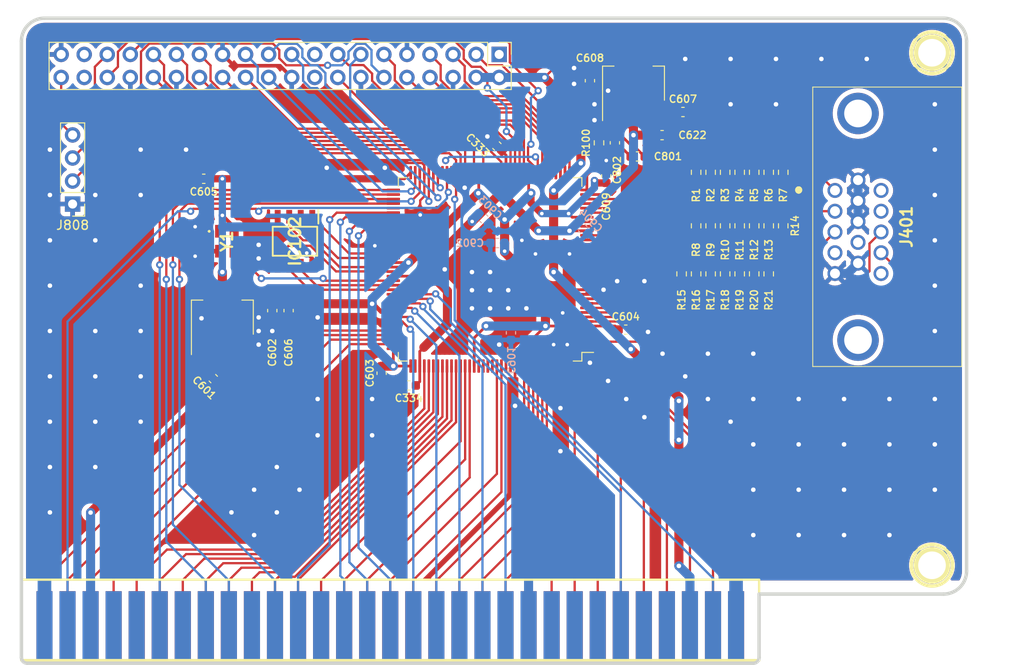
<source format=kicad_pcb>
(kicad_pcb (version 20211014) (generator pcbnew)
  (layers (0 "F.Cu" signal) (31 "B.Cu" signal) (34 "B.Paste" user) (35 "F.Paste" user) (36 "B.SilkS" user "B.Silkscreen") (37 "F.SilkS" user "F.Silkscreen") (38 "B.Mask" user) (39 "F.Mask" user) (44 "Edge.Cuts" user))
  (net 0 "")
  (net 1 "GND")
  (net 2 "RESET")
  (net 3 "VCC")
  (net 6 "DRQ2")
  (net 10 "MEMW")
  (net 11 "MEMR")
  (net 12 "IOW")
  (net 13 "IOR")
  (net 14 "DACK3")
  (net 15 "DRQ3")
  (net 16 "DACK1")
  (net 17 "DRQ1")
  (net 19 "CLK")
  (net 20 "IRQ7")
  (net 21 "IRQ5")
  (net 22 "IRQ4")
  (net 23 "DACK2")
  (net 24 "OSC")
  (net 26 "D7")
  (net 27 "D6")
  (net 28 "D5")
  (net 29 "D4")
  (net 30 "D3")
  (net 31 "D2")
  (net 32 "D1")
  (net 33 "D0")
  (net 34 "READY")
  (net 35 "AEN")
  (net 36 "A19")
  (net 37 "A18")
  (net 38 "A17")
  (net 39 "A16")
  (net 40 "A15")
  (net 41 "A14")
  (net 42 "A13")
  (net 43 "A12")
  (net 44 "A11")
  (net 45 "A10")
  (net 46 "A9")
  (net 47 "A8")
  (net 48 "A7")
  (net 49 "A6")
  (net 50 "A5")
  (net 51 "A4")
  (net 52 "A3")
  (net 53 "A2")
  (net 54 "A1")
  (net 55 "A0")
  (net 60 "VR3")
  (net 61 "Net-(C801-Pad1)")
  (net 62 "GNDPLL")
  (net 67 "unconnected-(U1-Pad65)")
  (net 68 "CRESET")
  (net 82 "SDO")
  (net 83 "SDI")
  (net 84 "SCK")
  (net 85 "SS")
  (net 89 "RCE")
  (net 90 "RS1")
  (net 91 "RS2")
  (net 92 "RS0")
  (net 93 "RS3")
  (net 94 "CLK100")
  (net 95 "GPIO2")
  (net 96 "GPIO3")
  (net 97 "GPIO4")
  (net 98 "GPIO7")
  (net 99 "GPIO0")
  (net 100 "GPIO1")
  (net 101 "GPIO5")
  (net 102 "GPIO6")
  (net 103 "AUD")
  (net 104 "RCL")
  (net 105 "GPIO14")
  (net 106 "GPIO15")
  (net 107 "GPIO17")
  (net 108 "GPIO18")
  (net 109 "GPIO22")
  (net 110 "GPIO23")
  (net 111 "GPIO24")
  (net 112 "GPIO8")
  (net 113 "GPIO12")
  (net 114 "GPIO13")
  (net 115 "GPIO19")
  (net 116 "GPIO16")
  (net 117 "GPIO26")
  (net 118 "GPIO20")
  (net 119 "GPIO21")
  (net 120 "VGA_HS")
  (net 121 "VGA_VS")
  (net 122 "VGA_R_0")
  (net 123 "VGA_R_1")
  (net 124 "VGA_R_2")
  (net 125 "VGA_R_3")
  (net 126 "VGA_R_4")
  (net 127 "VGA_R_5")
  (net 128 "VGA_G_0")
  (net 129 "VGA_G_1")
  (net 130 "VGA_G_2")
  (net 131 "VGA_G_3")
  (net 132 "VGA_G_4")
  (net 133 "VGA_G_5")
  (net 134 "VGA_B_0")
  (net 135 "VGA_B_1")
  (net 136 "VGA_B_2")
  (net 137 "VGA_B_3")
  (net 138 "VGA_B_4")
  (net 139 "VGA_B_5")
  (net 140 "IRQ6")
  (net 141 "IRQ3")
  (net 149 "3V3")
  (net 150 "1V2")
  (net 151 "VGA_R")
  (net 152 "VGA_G")
  (net 153 "VGA_B")
  (footprint "Resistor_SMD:R_0603_1608Metric" (layer "F.Cu") (at 190.1 105.9 -90)
    (fp_text reference "R12")
    (fp_text value "4k3" hide)
  )
  (footprint "Package_QFP:TQFP-144_20x20mm_P0.5mm" (layer "F.Cu") (at 161 110.7 180)
    (fp_text reference "U1" hide)
    (fp_text value "ICE40HX1K-TQ144" hide)
  )
  (footprint "Resistor_SMD:R_0603_1608Metric" (layer "F.Cu") (at 185.3 105.9 -90)
    (fp_text reference "R9")
    (fp_text value "1k1" hide)
  )
  (footprint "Resistor_SMD:R_0603_1608Metric" (layer "F.Cu") (at 173 96.75 90)
    (fp_text reference "R100")
    (fp_text value "100" hide)
  )
  (footprint "Capacitor_SMD:C_0603_1608Metric" (layer "F.Cu") (at 149.05 122.15 -90)
    (fp_text reference "C603")
    (fp_text value "100n" hide)
  )
  (footprint "Capacitor_SMD:C_0603_1608Metric" (layer "F.Cu") (at 130.5 122.75 135)
    (fp_text reference "C601")
    (fp_text value "10u" hide)
  )
  (footprint "Resistor_SMD:R_0603_1608Metric" (layer "F.Cu") (at 191.7 100 -90)
    (fp_text reference "R6")
    (fp_text value "9k1" hide)
  )
  (footprint "Package_TO_SOT_SMD:SOT-223-3_TabPin2" (layer "F.Cu") (at 176.8 90.2 90)
    (fp_text reference "U602" hide)
    (fp_text value "AMS1117-1.2" hide)
  )
  (footprint "Capacitor_SMD:C_0603_1608Metric" (layer "F.Cu") (at 152.05 123.5 180)
    (fp_text reference "C334")
    (fp_text value "100n" hide)
  )
  (footprint "Resistor_SMD:R_0603_1608Metric" (layer "F.Cu") (at 191.7 111.2 -90)
    (fp_text reference "R21")
    (fp_text value "18k" hide)
  )
  (footprint "Resistor_SMD:R_0603_1608Metric" (layer "F.Cu") (at 183.7 111.2 -90)
    (fp_text reference "R16")
    (fp_text value "1k1" hide)
  )
  (footprint "Resistor_SMD:R_0603_1608Metric" (layer "F.Cu") (at 183.7 100 -90)
    (fp_text reference "R1")
    (fp_text value "1k" hide)
  )
  (footprint "BasicISA8:Conn_Bus_ISA8" (layer "F.Cu") (at 150 150)
    (fp_text reference "J1" hide)
    (fp_text value "Bus_ISA_8bit" hide)
    (fp_line (start 63.5 -6.0325) (end 63.5 -64.4525) (layer "Edge.Cuts") (width 0.381))
    (fp_line (start -40.64 3.4925) (end -40.64 -64.4525) (layer "Edge.Cuts") (width 0.381))
    (fp_line (start -40.005 4.1275) (end 40.005 4.1275) (layer "Edge.Cuts") (width 0.381))
    (fp_line (start 60.96 -3.4925) (end 40.64 -3.4925) (layer "Edge.Cuts") (width 0.381))
    (fp_line (start -38.1 -66.9925) (end 60.96 -66.9925) (layer "Edge.Cuts") (width 0.381))
    (fp_line (start 40.64 3.4925) (end 40.64 -3.4925) (layer "Edge.Cuts") (width 0.381))
    (fp_arc (start 60.96 -66.9925) (mid 62.756051 -66.248551) (end 63.5 -64.4525) (layer "Edge.Cuts") (width 0.381))
    (fp_arc (start 40.64 3.4925) (mid 40.454013 3.941513) (end 40.005 4.1275) (layer "Edge.Cuts") (width 0.381))
    (fp_arc (start 63.5 -6.0325) (mid 62.756051 -4.236449) (end 60.96 -3.4925) (layer "Edge.Cuts") (width 0.381))
    (fp_arc (start -40.005 4.1275) (mid -40.454013 3.941513) (end -40.64 3.4925) (layer "Edge.Cuts") (width 0.381))
    (fp_arc (start -40.64 -64.4525) (mid -39.896051 -66.248551) (end -38.1 -66.9925) (layer "Edge.Cuts") (width 0.381))
  )
  (footprint "Capacitor_SMD:C_0603_1608Metric" (layer "F.Cu") (at 137 115.25 -90)
    (fp_text reference "C602")
    (fp_text value "100n" hide)
  )
  (footprint "Resistor_SMD:R_0603_1608Metric" (layer "F.Cu") (at 185.3 111.2 -90)
    (fp_text reference "R17")
    (fp_text value "1k1" hide)
  )
  (footprint "Capacitor_SMD:C_0603_1608Metric" (layer "F.Cu") (at 175.95 117.35)
    (fp_text reference "C604")
    (fp_text value "100n" hide)
  )
  (footprint "Resistor_SMD:R_0603_1608Metric" (layer "F.Cu") (at 190.1 100 -90)
    (fp_text reference "R5")
    (fp_text value "4k3" hide)
  )
  (footprint "Capacitor_SMD:C_0603_1608Metric" (layer "F.Cu") (at 173.8 100.4 90)
    (fp_text reference "C609")
    (fp_text value "100n" hide)
  )
  (footprint "Resistor_SMD:R_0603_1608Metric" (layer "F.Cu") (at 182.1 111.2 -90)
    (fp_text reference "R15")
    (fp_text value "1k" hide)
  )
  (footprint "Capacitor_SMD:C_0603_1608Metric" (layer "F.Cu") (at 174.75 96.75 -90)
    (fp_text reference "C802")
    (fp_text value "100n" hide)
  )
  (footprint "Capacitor_SMD:C_0603_1608Metric" (layer "F.Cu") (at 179.95 95.9)
    (fp_text reference "C622")
    (fp_text value "100n" hide)
  )
  (footprint "Capacitor_SMD:C_0603_1608Metric" (layer "F.Cu") (at 138.8 115.25 -90)
    (fp_text reference "C606")
    (fp_text value "10u" hide)
  )
  (footprint "Resistor_SMD:R_0603_1608Metric" (layer "F.Cu") (at 193.3 105.9 -90)
    (fp_text reference "R14")
    (fp_text value "18k" hide)
  )
  (footprint "Capacitor_SMD:C_0603_1608Metric" (layer "F.Cu") (at 172 89.9 -90)
    (fp_text reference "C608")
    (fp_text value "10u" hide)
  )
  (footprint "Connector_PinHeader_2.54mm:PinHeader_2x20_P2.54mm_Vertical" (layer "F.Cu") (at 162 87 -90)
    (fp_text reference "J4" hide)
    (fp_text value "Raspberry_Pi_2_3" hide)
  )
  (footprint "Resistor_SMD:R_0603_1608Metric" (layer "F.Cu") (at 183.7 105.9 -90)
    (fp_text reference "R8")
    (fp_text value "1k" hide)
  )
  (footprint "Resistor_SMD:R_0603_1608Metric" (layer "F.Cu") (at 193.3 100 -90)
    (fp_text reference "R7")
    (fp_text value "18k" hide)
  )
  (footprint "Resistor_SMD:R_0603_1608Metric" (layer "F.Cu") (at 188.5 111.2 -90)
    (fp_text reference "R19")
    (fp_text value "4k3" hide)
  )
  (footprint "Resistor_SMD:R_0603_1608Metric" (layer "F.Cu") (at 191.7 105.9 -90)
    (fp_text reference "R13")
    (fp_text value "9k1" hide)
  )
  (footprint "Resistor_SMD:R_0603_1608Metric" (layer "F.Cu") (at 188.5 100 -90)
    (fp_text reference "R4")
    (fp_text value "2k2" hide)
  )
  (footprint "Capacitor_SMD:C_0603_1608Metric" (layer "F.Cu") (at 129.45 100.712011 180)
    (fp_text reference "C605")
    (fp_text value "100n" hide)
  )
  (footprint "Resistor_SMD:R_0603_1608Metric" (layer "F.Cu") (at 190.1 111.2 -90)
    (fp_text reference "R20")
    (fp_text value "9k1" hide)
  )
  (footprint "Resistor_SMD:R_0603_1608Metric" (layer "F.Cu") (at 185.3 100 -90)
    (fp_text reference "R2")
    (fp_text value "1k1" hide)
  )
  (footprint "Capacitor_SMD:C_0603_1608Metric" (layer "F.Cu") (at 182.25 93.35)
    (fp_text reference "C607")
    (fp_text value "10u" hide)
  )
  (footprint "Package_TO_SOT_SMD:SOT-223-3_TabPin2" (layer "F.Cu") (at 131.5 116 90)
    (fp_text reference "U601" hide)
    (fp_text value "AMS1117-3.3" hide)
  )
  (footprint "BasicISA8:SOIC127P600X175-8N" (layer "F.Cu") (at 139.5 107.6 -90)
    (fp_text reference "IC102")
    (fp_text value "APS6404L-3SQR-SN" hide)
  )
  (footprint "Capacitor_SMD:C_0603_1608Metric" (layer "F.Cu") (at 177.25 98.25 180)
    (fp_text reference "C801")
    (fp_text value "10u" hide)
  )
  (footprint "Capacitor_SMD:C_0603_1608Metric" (layer "F.Cu") (at 161.75 97.1 135)
    (fp_text reference "C333")
    (fp_text value "100n" hide)
  )
  (footprint "BasicISA8:830207044109" (layer "F.Cu") (at 132 107.6 -90)
    (fp_text reference "Y1")
    (fp_text value "830207044109" hide)
  )
  (footprint "Connector_PinHeader_2.54mm:PinHeader_1x04_P2.54mm_Vertical" (layer "F.Cu") (at 115 103.5 180)
    (fp_text reference "J808")
    (fp_text value "Conn_01x04")
  )
  (footprint "Resistor_SMD:R_0603_1608Metric" (layer "F.Cu") (at 186.9 100 -90)
    (fp_text reference "R3")
    (fp_text value "1k1" hide)
  )
  (footprint "Resistor_SMD:R_0603_1608Metric" (layer "F.Cu") (at 186.9 111.2 -90)
    (fp_text reference "R18")
    (fp_text value "2k2" hide)
  )
  (footprint "BasicISA8:K66XE15SN" (layer "F.Cu") (at 199 102 90)
    (fp_text reference "J401")
    (fp_text value "K66X-E15S-N" hide)
  )
  (footprint "Resistor_SMD:R_0603_1608Metric" (layer "F.Cu") (at 188.5 105.9 -90)
    (fp_text reference "R11")
    (fp_text value "2k2" hide)
  )
  (footprint "Resistor_SMD:R_0603_1608Metric" (layer "F.Cu") (at 186.9 105.9 -90)
    (fp_text reference "R10")
    (fp_text value "1k1" hide)
  )
  (footprint "Capacitor_SMD:C_0603_1608Metric" (layer "B.Cu") (at 163.3 117.7 -90)
    (fp_text reference "C901")
    (fp_text value "100n" hide)
  )
  (footprint "Capacitor_SMD:C_0603_1608Metric" (layer "B.Cu") (at 171.2 106.2 -45)
    (fp_text reference "C904")
    (fp_text value "100n" hide)
  )
  (footprint "Capacitor_SMD:C_0603_1608Metric" (layer "B.Cu") (at 160.3 105.1 -45)
    (fp_text reference "C903")
    (fp_text value "100n" hide)
  )
  (footprint "Capacitor_SMD:C_0603_1608Metric" (layer "B.Cu") (at 161.8 107.8 180)
    (fp_text reference "C902")
    (fp_text value "100n" hide)
  )
  (segment (start 148.95 116.95) (end 148.5 116.5) (width 0.3) (layer "F.Cu") (net 1))
  (segment (start 171.6625 113.45) (end 170.05 113.45) (width 0.3) (layer "F.Cu") (net 1))
  (segment (start 153.3 103.1) (end 153.3 104.7) (width 0.25) (layer "F.Cu") (net 1))
  (segment (start 150.3375 116.95) (end 148.95 116.95) (width 0.3) (layer "F.Cu") (net 1))
  (segment (start 137.849511 88.249511) (end 132.769511 88.249511) (width 0.4) (layer "F.Cu") (net 1))
  (segment (start 171.6625 112.95) (end 173.5 112.95) (width 0.3) (layer "F.Cu") (net 1))
  (segment (start 167.75 121.3625) (end 167.75 123.75) (width 0.25) (layer "F.Cu") (net 1))
  (segment (start 132.769511 88.249511) (end 131.52 87) (width 0.4) (layer "F.Cu") (net 1))
  (segment (start 150.3375 108.45) (end 151.7 108.45) (width 0.3) (layer "F.Cu") (net 1))
  (segment (start 173.8 99.625) (end 173.8 98.7) (width 0.8) (layer "F.Cu") (net 1))
  (segment (start 149.2 116.95) (end 148.75 116.5) (width 0.3) (layer "F.Cu") (net 1))
  (segment (start 158.75 100.0375) (end 158.75 101.15) (width 0.3) (layer "F.Cu") (net 1))
  (segment (start 153.75 100.0375) (end 153.75 102.65) (width 0.25) (layer "F.Cu") (net 1))
  (segment (start 171.6625 113.45) (end 171.6625 112.95) (width 0.3) (layer "F.Cu") (net 1))
  (segment (start 150.3375 108.45) (end 148.65 108.45) (width 0.3) (layer "F.Cu") (net 1))
  (segment (start 167.75 123) (end 168.5 123.75) (width 0.25) (layer "F.Cu") (net 1))
  (segment (start 170.55 117.45) (end 170.2 117.8) (width 0.3) (layer "F.Cu") (net 1))
  (segment (start 148.65 108.45) (end 148.3 108.1) (width 0.3) (layer "F.Cu") (net 1))
  (segment (start 167.75 121.3625) (end 167.75 123.5) (width 0.25) (layer "F.Cu") (net 1))
  (segment (start 171.6625 112.95) (end 170.05 112.95) (width 0.3) (layer "F.Cu") (net 1))
  (segment (start 158.75 101.15) (end 158.2 101.7) (width 0.3) (layer "F.Cu") (net 1))
  (segment (start 171.6625 113.45) (end 173 113.45) (width 0.3) (layer "F.Cu") (net 1))
  (segment (start 168.75 130.75) (end 168.75 126) (width 1) (layer "F.Cu") (net 1))
  (segment (start 163.75 121.3625) (end 163.75 120.35) (width 0.3) (layer "F.Cu") (net 1))
  (segment (start 163.75 121.3625) (end 163.75 125.75) (width 0.3) (layer "F.Cu") (net 1))
  (segment (start 150.3375 116.95) (end 149.2 116.95) (width 0.25) (layer "F.Cu") (net 1))
  (segment (start 167.75 123.25) (end 168.5 124) (width 0.25) (layer "F.Cu") (net 1))
  (segment (start 167.75 121.3625) (end 167.75 124) (width 0.3) (layer "F.Cu") (net 1))
  (segment (start 163.75 120.35) (end 163.4 120) (width 0.3) (layer "F.Cu") (net 1))
  (segment (start 167.75 123.5) (end 168.5 124.25) (width 0.25) (layer "F.Cu") (net 1))
  (segment (start 167.75 123.75) (end 168.5 124.5) (width 0.25) (layer "F.Cu") (net 1))
  (segment (start 153.75 102.65) (end 153.3 103.1) (width 0.25) (layer "F.Cu") (net 1))
  (segment (start 167.75 124) (end 168.5 124.75) (width 0.25) (layer "F.Cu") (net 1))
  (segment (start 153.75 99.234994) (end 153.490486 98.97548) (width 0.25) (layer "F.Cu") (net 1))
  (segment (start 150.3375 116.95) (end 149.45 116.95) (width 0.25) (layer "F.Cu") (net 1))
  (segment (start 153.75 100.0375) (end 153.75 99.234994) (width 0.25) (layer "F.Cu") (net 1))
  (segment (start 139.14 89.54) (end 137.849511 88.249511) (width 0.4) (layer "F.Cu") (net 1))
  (segment (start 167.75 121.3625) (end 167.75 123.25) (width 0.25) (layer "F.Cu") (net 1))
  (segment (start 149.92452 98.97548) (end 149.4 99.5) (width 0.25) (layer "F.Cu") (net 1))
  (segment (start 173 113.45) (end 173.5 112.95) (width 0.3) (layer "F.Cu") (net 1))
  (segment (start 167.75 121.3625) (end 167.75 120) (width 0.3) (layer "F.Cu") (net 1))
  (segment (start 167.75 121.3625) (end 167.75 123) (width 0.25) (layer "F.Cu") (net 1))
  (segment (start 171.6625 117.45) (end 170.55 117.45) (width 0.3) (layer "F.Cu") (net 1))
  (segment (start 153.490486 98.97548) (end 149.92452 98.97548) (width 0.25) (layer "F.Cu") (net 1))
  (segment (start 149.45 116.95) (end 149 116.5) (width 0.3) (layer "F.Cu") (net 1))
  (via (at 122.5 122.5) (size 1) (drill 0.5) (layers "F.Cu" "B.Cu") (net 1))
  (via (at 122.5 102.5) (size 1) (drill 0.5) (layers "F.Cu" "B.Cu") (net 1))
  (via (at 112.5 137.5) (size 1) (drill 0.5) (layers "F.Cu" "B.Cu") (net 1))
  (via (at 172.5 94.25) (size 1) (drill 0.5) (layers "F.Cu" "B.Cu") (net 1))
  (via (at 163 113) (size 1) (drill 0.5) (layers "F.Cu" "B.Cu") (net 1))
  (via (at 192.5 87.5) (size 1) (drill 0.5) (layers "F.Cu" "B.Cu") (net 1))
  (via (at 122.5 117.5) (size 1) (drill 0.5) (layers "F.Cu" "B.Cu") (net 1))
  (via (at 163.75 125.75) (size 1) (drill 0.5) (layers "F.Cu" "B.Cu") (net 1))
  (via (at 174 91) (size 1) (drill 0.5) (layers "F.Cu" "B.Cu") (net 1))
  (via (at 117.5 117.5) (size 1) (drill 0.5) (layers "F.Cu" "B.Cu") (net 1))
  (via (at 182.5 87.5) (size 1) (drill 0.5) (layers "F.Cu" "B.Cu") (net 1))
  (via (at 210 112.5) (size 1) (drill 0.5) (layers "F.Cu" "B.Cu") (net 1))
  (via (at 210 97.5) (size 1) (drill 0.5) (layers "F.Cu" "B.Cu") (net 1))
  (via (at 200 125) (size 1) (drill 0.5) (layers "F.Cu" "B.Cu") (net 1))
  (via (at 112.5 127.5) (size 1) (drill 0.5) (layers "F.Cu" "B.Cu") (net 1))
  (via (at 135.5 119) (size 1) (drill 0.5) (layers "F.Cu" "B.Cu") (net 1))
  (via (at 161 111) (size 1) (drill 0.5) (layers "F.Cu" "B.Cu") (net 1))
  (via (at 166 109) (size 0.8) (drill 0.4) (layers "F.Cu" "B.Cu") (net 1))
  (via (at 161 113) (size 1) (drill 0.5) (layers "F.Cu" "B.Cu") (net 1))
  (via (at 169.5 119) (size 0.8) (drill 0.4) (layers "F.Cu" "B.Cu") (net 1))
  (via (at 210 135) (size 1) (drill 0.5) (layers "F.Cu" "B.Cu") (net 1))
  (via (at 117.5 122.5) (size 1) (drill 0.5) (layers "F.Cu" "B.Cu") (net 1))
  (via (at 164.5 107.5) (size 0.8) (drill 0.4) (layers "F.Cu" "B.Cu") (net 1))
  (via (at 190 130) (size 1) (drill 0.5) (layers "F.Cu" "B.Cu") (net 1))
  (via (at 185 125) (size 1) (drill 0.5) (layers "F.Cu" "B.Cu") (net 1))
  (via (at 210 130) (size 1) (drill 0.5) (layers "F.Cu" "B.Cu") (net 1))
  (via (at 112.5 97.5) (size 1) (drill 0.5) (layers "F.Cu" "B.Cu") (net 1))
  (via (at 173.8 98.7) (size 0.8) (drill 0.4) (layers "F.Cu" "B.Cu") (net 1))
  (via (at 159 113) (size 1) (drill 0.5) (layers "F.Cu" "B.Cu") (net 1))
  (via (at 135 135) (size 1) (drill 0.5) (layers "F.Cu" "B.Cu") (net 1))
  (via (at 128.5 109.25) (size 0.8) (drill 0.4) (layers "F.Cu" "B.Cu") (net 1))
  (via (at 153.3 104.7) (size 0.8) (drill 0.4) (layers "F.Cu" "B.Cu") (net 1))
  (via (at 122.5 97.5) (size 1) (drill 0.5) (layers "F.Cu" "B.Cu") (net 1))
  (via (at 142 116) (size 1) (drill 0.5) (layers "F.Cu" "B.Cu") (net 1))
  (via (at 162 119) (size 1) (drill 0.5) (layers "F.Cu" "B.Cu") (net 1))
  (via (at 128.5 106) (size 0.8) (drill 0.4) (layers "F.Cu" "B.Cu") (net 1))
  (via (at 174 123) (size 1) (drill 0.5) (layers "F.Cu" "B.Cu") (net 1))
  (via (at 205 125) (size 1) (drill 0.5) (layers "F.Cu" "B.Cu") (net 1))
  (via (at 117.5 132.5) (size 1) (drill 0.5) (layers "F.Cu" "B.Cu") (net 1))
  (via (at 172.5 92.5) (size 1) (drill 0.5) (layers "F.Cu" "B.Cu") (net 1))
  (via (at 176 125) (size 1) (drill 0.5) (layers "F.Cu" "B.Cu") (net 1))
  (via (at 112.5 102.5) (size 1) (drill 0.5) (layers "F.Cu" "B.Cu") (net 1))
  (via (at 178 112) (size 1) (drill 0.5) (layers "F.Cu" "B.Cu") (net 1))
  (via (at 112.5 107.5) (size 1) (drill 0.5) (layers "F.Cu" "B.Cu") (net 1))
  (via (at 142 129) (size 1) (drill 0.5) (layers "F.Cu" "B.Cu") (net 1))
  (via (at 210 117.5) (size 1) (drill 0.5) (layers "F.Cu" "B.Cu") (net 1))
  (via (at 112.5 112.5) (size 1) (drill 0.5) (layers "F.Cu" "B.Cu") (net 1))
  (via (at 161 115) (size 1) (drill 0.5) (layers "F.Cu" "B.Cu") (net 1))
  (via (at 187.5 87.5) (size 1) (drill 0.5) (layers "F.Cu" "B.Cu") (net 1))
  (via (at 112.5 132.5) (size 1) (drill 0.5) (layers "F.Cu" "B.Cu") (net 1))
  (via (at 170.25 88.5) (size 1) (drill 0.5) (layers "F.Cu" "B.Cu") (net 1))
  (via (at 148 125) (size 1) (drill 0.5) (layers "F.Cu" "B.Cu") (net 1))
  (via (at 159 111) (size 1) (drill 0.5) (layers "F.Cu" "B.Cu") (net 1))
  (via (at 135.5 109.5) (size 1) (drill 0.5) (layers "F.Cu" "B.Cu") (net 1))
  (via (at 129.2 116.1) (size 1) (drill 0.5) (layers "F.Cu" "B.Cu") (net 1))
  (via (at 169.75 109) (size 0.8) (drill 0.4) (layers "F.Cu" "B.Cu") (net 1))
  (via (at 178 127) (size 1) (drill 0.5) (layers "F.Cu" "B.Cu") (net 1))
  (via (at 158.2 101.7) (size 1) (drill 0.5) (layers "F.Cu" "B.Cu") (net 1))
  (via (at 202.5 87.5) (size 1) (drill 0.5) (layers "F.Cu" "B.Cu") (net 1))
  (via (at 190 125) (size 1) (drill 0.5) (layers "F.Cu" "B.Cu") (net 1))
  (via (at 205 135) (size 1) (drill 0.5) (layers "F.Cu" "B.Cu") (net 1))
  (via (at 187.5 127.5) (size 1) (drill 0.5) (layers "F.Cu" "B.Cu") (net 1))
  (via (at 205 130) (size 1) (drill 0.5) (layers "F.Cu" "B.Cu") (net 1))
  (via (at 132.5 137.5) (size 1) (drill 0.5) (layers "F.Cu" "B.Cu") (net 1))
  (via (at 160.7 96.05) (size 1) (drill 0.5) (layers "F.Cu" "B.Cu") (net 1))
  (via (at 122.5 127.5) (size 1) (drill 0.5) (layers "F.Cu" "B.Cu") (net 1))
  (via (at 148 129) (size 1) (drill 0.5) (layers "F.Cu" "B.Cu") (net 1))
  (via (at 143 99.5) (size 1) (drill 0.5) (layers "F.Cu" "B.Cu") (net 1))
  (via (at 210 125) (size 1) (drill 0.5) (layers "F.Cu" "B.Cu") (net 1))
  (via (at 195 140) (size 1) (drill 0.5) (layers "F.Cu" "B.Cu") (net 1))
  (via (at 163 115) (size 1) (drill 0.5) (layers "F.Cu" "B.Cu") (net 1))
  (via (at 165 115) (size 1) (drill 0.5) (layers "F.Cu" "B.Cu") (net 1))
  (via (at 135.5 108) (size 1) (drill 0.5) (layers "F.Cu" "B.Cu") (net 1))
  (via (at 200 130) (size 1) (drill 0.5) (layers "F.Cu" "B.Cu") (net 1))
  (via (at 197.5 87.5) (size 1) (drill 0.5) (layers "F.Cu" "B.Cu") (net 1))
  (via (at 200 135) (size 1) (drill 0.5) (layers "F.Cu" "B.Cu") (net 1))
  (via (at 192.5 92.5) (size 1) (drill 0.5) (layers "F.Cu" "B.Cu") (net 1))
  (via (at 140 135) (size 1) (drill 0.5) (layers "F.Cu" "B.Cu") (net 1))
  (via (at 135.5 116) (size 1) (drill 0.5) (layers "F.Cu" "B.Cu") (net 1))
  (via (at 117.5 102.5) (size 1) (drill 0.5) (layers "F.Cu" "B.Cu") (net 1))
  (via (at 148.3 108.1) (size 0.8) (drill 0.4) (layers "F.Cu" "B.Cu") (net 1))
  (via (at 175 112) (size 1) (drill 0.5) (layers "F.Cu" "B.Cu") (net 1))
  (via (at 135 140) (size 1) (drill 0.5) (layers "F.Cu" "B.Cu") (net 1))
  (via (at 135.5 117.5) (size 1) (drill 0.5) (layers "F.Cu" "B.Cu") (net 1))
  (via (at 190 135) (size 1) (drill 0.5) (layers "F.Cu" "B.Cu") (net 1))
  (via (at 112.5 122.5) (size 1) (drill 0.5) (layers "F.Cu" "B.Cu") (net 1))
  (via (at 210 102.5) (size 1) (drill 0.5) (layers "F.Cu" "B.Cu") (net 1))
  (via (at 182.5 122.5) (size 1) (drill 0.5) (layers "F.Cu" "B.Cu") (net 1))
  (via (at 117.5 127.5) (size 1) (drill 0.5) (layers "F.Cu" "B.Cu") (net 1))
  (via (at 210 107.5) (size 1) (drill 0.5) (layers "F.Cu" "B.Cu") (net 1))
  (via (at 195 130) (size 1) (drill 0.5) (layers "F.Cu" "B.Cu") (net 1))
  (via (at 149.4 99.5) (size 1) (drill 0.5) (layers "F.Cu" "B.Cu") (net 1))
  (via (at 168.75 130.75) (size 1) (drill 0.5) (layers "F.Cu" "B.Cu") (net 1))
  (via (at 159 115) (size 1) (drill 0.5) (layers "F.Cu" "B.Cu") (net 1))
  (via (at 169 115.5) (size 0.8) (drill 0.4) (layers "F.Cu" "B.Cu") (net 1))
  (via (at 172 121) (size 1) (drill 0.5) (layers "F.Cu" "B.Cu") (net 1))
  (via (at 195 135) (size 1) (drill 0.5) (layers "F.Cu" "B.Cu") (net 1))
  (via (at 168 119) (size 0.8) (drill 0.4) (layers "F.Cu" "B.Cu") (net 1))
  (via (at 190 120) (size 1) (drill 0.5) (layers "F.Cu" "B.Cu") (net 1))
  (via (at 127.5 97.5) (size 1) (drill 0.5) (layers "F.Cu" "B.Cu") (net 1))
  (via (at 168.75 126) (size 1) (drill 0.5) (layers "F.Cu" "B.Cu") (net 1))
  (via (at 210 92.5) (size 1) (drill 0.5) (layers "F.Cu" "B.Cu") (net 1))
  (via (at 156 110.7) (size 1) (drill 0.5) (layers "F.Cu" "B.Cu") (net 1))
  (via (at 180 120) (size 1) (drill 0.5) (layers "F.Cu" "B.Cu") (net 1))
  (via (at 112.5 117.5) (size 1) (drill 0.5) (layers "F.Cu" "B.Cu") (net 1))
  (via (at 117.5 107.5) (size 1) (drill 0.5) (layers "F.Cu" "B.Cu") (net 1))
  (via (at 173.5 112.95) (size 1) (drill 0.5) (layers "F.Cu" "B.Cu") (net 1))
  (via (at 205 140) (size 1) (drill 0.5) (layers "F.Cu" "B.Cu") (net 1))
  (via (at 195 125) (size 1) (drill 0.5) (layers "F.Cu" "B.Cu") (net 1))
  (via (at 122.5 112.5) (size 1) (drill 0.5) (layers "F.Cu" "B.Cu") (net 1))
  (via (at 185 120) (size 1) (drill 0.5) (layers "F.Cu" "B.Cu") (net 1))
  (via (at 137.5 137.5) (size 1) (drill 0.5) (layers "F.Cu" "B.Cu") (net 1))
  (via (at 142 125) (size 1) (drill 0.5) (layers "F.Cu" "B.Cu") (net 1))
  (via (at 137.5 132.5) (size 1) (drill 0.5) (layers "F.Cu" "B.Cu") (net 1))
  (via (at 187.5 92.5) (size 1) (drill 0.5) (layers "F.Cu" "B.Cu") (net 1))
  (via (at 200 140) (size 1) (drill 0.5) (layers "F.Cu" "B.Cu") (net 1))
  (via (at 178.4 117.6) (size 1) (drill 0.5) (layers "F.Cu" "B.Cu") (net 1))
  (via (at 170.25 90.25) (size 1) (drill 0.5) (layers "F.Cu" "B.Cu") (net 1))
  (via (at 190 140) (size 1) (drill 0.5) (layers "F.Cu" "B.Cu") (net 1))
  (via (at 137 117.5) (size 1) (drill 0.5) (layers "F.Cu" "B.Cu") (net 1))
  (segment (start 188.1 150) (end 188.1 144.1) (width 1.5) (layer "B.Cu") (net 1))
  (segment (start 165.24 134.26) (end 168.75 130.75) (width 1) (layer "B.Cu") (net 1))
  (segment (start 200.395 111.16) (end 201.54 110.015) (width 1) (layer "B.Cu") (net 1))
  (segment (start 165.24 150) (end 165.24 134.26) (width 1) (layer "B.Cu") (net 1))
  (segment (start 201.54 103.145) (end 201.54 100.855) (width 1) (layer "B.Cu") (net 1))
  (segment (start 199 111.16) (end 200.395 111.16) (width 1) (layer "B.Cu") (net 1))
  (segment (start 111.9 150) (end 111.9 143.9) (width 1.5) (layer "B.Cu") (net 1))
  (segment (start 201.54 105.435) (end 201.54 103.145) (width 1) (layer "B.Cu") (net 1))
  (segment (start 156.75 101.175386) (end 156.75 100.0375) (width 0.25) (layer "F.Cu") (net 2))
  (segment (start 157.25 101.675386) (end 156.75 101.175386) (width 0.25) (layer "F.Cu") (net 2))
  (segment (start 157.1 102.975489) (end 157.1 102.975) (width 0.25) (layer "F.Cu") (net 2))
  (segment (start 157.1 102.975) (end 157.25 102.825) (width 0.25) (layer "F.Cu") (net 2))
  (segment (start 157.25 102.825) (end 157.25 101.675386) (width 0.25) (layer "F.Cu") (net 2))
  (via (at 157.1 102.975489) (size 0.8) (drill 0.4) (layers "F.Cu" "B.Cu") (net 2))
  (segment (start 157.1 116.3) (end 157.1 102.975489) (width 0.25) (layer "B.Cu") (net 2))
  (segment (start 185.56 150) (end 185.56 144.76) (width 0.25) (layer "B.Cu") (net 2))
  (segment (start 185.56 144.76) (end 157.1 116.3) (width 0.25) (layer "B.Cu") (net 2))
  (segment (start 116.98 137.52) (end 133.8 120.7) (width 1) (layer "F.Cu") (net 3))
  (segment (start 170.814511 85.725489) (end 167 89.54) (width 0.25) (layer "F.Cu") (net 3))
  (segment (start 179.1 93.35) (end 181.475 93.35) (width 1) (layer "F.Cu") (net 3))
  (segment (start 171 99) (end 171 93.54) (width 1) (layer "F.Cu") (net 3))
  (segment (start 179.1 93.35) (end 179.1 85.800978) (width 0.25) (layer "F.Cu") (net 3))
  (segment (start 179.1 85.800978) (end 179.024511 85.725489) (width 0.25) (layer "F.Cu") (net 3))
  (segment (start 181.8 143.4) (end 181.8 129.5) (width 1) (layer "F.Cu") (net 3))
  (segment (start 181.8 125.2) (end 181.8 124.8) (width 1) (layer "F.Cu") (net 3))
  (segment (start 171 93.54) (end 167 89.54) (width 1) (layer "F.Cu") (net 3))
  (segment (start 181.8 124.8) (end 176.5 119.5) (width 1) (layer "F.Cu") (net 3))
  (segment (start 179.024511 85.725489) (end 170.814511 85.725489) (width 0.25) (layer "F.Cu") (net 3))
  (segment (start 133.8 120.7) (end 133.8 119.15) (width 1) (layer "F.Cu") (net 3))
  (segment (start 168 111) (end 168 102) (width 1) (layer "F.Cu") (net 3))
  (via (at 171 99) (size 1) (drill 0.5) (layers "F.Cu" "B.Cu") (net 3))
  (via (at 181.8 125.2) (size 1) (drill 0.5) (layers "F.Cu" "B.Cu") (net 3))
  (via (at 168 111) (size 1) (drill 0.5) (layers "F.Cu" "B.Cu") (net 3))
  (via (at 116.98 137.52) (size 1) (drill 0.5) (layers "F.Cu" "B.Cu") (net 3))
  (via (at 181.8 129.5) (size 1) (drill 0.5) (layers "F.Cu" "B.Cu") (net 3))
  (via (at 181.8 143.4) (size 1) (drill 0.5) (layers "F.Cu" "B.Cu") (net 3))
  (via (at 167 89.54) (size 1) (drill 0.5) (layers "F.Cu" "B.Cu") (net 3))
  (via (at 176.5 119.5) (size 1) (drill 0.5) (layers "F.Cu" "B.Cu") (net 3))
  (via (at 168 102) (size 1) (drill 0.5) (layers "F.Cu" "B.Cu") (net 3))
  (segment (start 162 89.54) (end 159.46 89.54) (width 1) (layer "B.Cu") (net 3))
  (segment (start 176.5 119.5) (end 169.75 112.75) (width 1) (layer "B.Cu") (net 3))
  (segment (start 183.02 144.62) (end 181.8 143.4) (width 1) (layer "B.Cu") (net 3))
  (segment (start 168 102) (end 171 99) (width 1) (layer "B.Cu") (net 3))
  (segment (start 116.98 150) (end 116.98 137.52) (width 1) (layer "B.Cu") (net 3))
  (segment (start 181.8 129.5) (end 181.8 125.2) (width 1) (layer "B.Cu") (net 3))
  (segment (start 162 89.54) (end 167 89.54) (width 1) (layer "B.Cu") (net 3))
  (segment (start 169.75 112.75) (end 168 111) (width 1) (layer "B.Cu") (net 3))
  (segment (start 183.02 150) (end 183.02 144.62) (width 1) (layer "B.Cu") (net 3))
  (segment (start 154.95 113.45) (end 155 113.4) (width 0.25) (layer "F.Cu") (net 6))
  (segment (start 150.3375 113.45) (end 154.95 113.45) (width 0.25) (layer "F.Cu") (net 6))
  (via (at 155 113.4) (size 0.8) (drill 0.4) (layers "F.Cu" "B.Cu") (net 6))
  (segment (start 156.65048 115.05048) (end 156.65048 116.55048) (width 0.25) (layer "B.Cu") (net 6))
  (segment (start 155 113.4) (end 156.65048 115.05048) (width 0.25) (layer "B.Cu") (net 6))
  (segment (start 175.4 135.3) (end 175.4 150) (width 0.25) (layer "B.Cu") (net 6))
  (segment (start 156.65048 116.55048) (end 175.4 135.3) (width 0.25) (layer "B.Cu") (net 6))
  (segment (start 154.15 113.95) (end 154.4 114.2) (width 0.25) (layer "F.Cu") (net 10))
  (segment (start 150.3375 113.95) (end 154.15 113.95) (width 0.25) (layer "F.Cu") (net 10))
  (via (at 154.4 114.2) (size 0.8) (drill 0.4) (layers "F.Cu" "B.Cu") (net 10))
  (segment (start 162.7 123.4) (end 154.4 115.1) (width 0.25) (layer "B.Cu") (net 10))
  (segment (start 154.4 115.1) (end 154.4 114.2) (width 0.25) (layer "B.Cu") (net 10))
  (segment (start 162.7 150) (end 162.7 123.4) (width 0.25) (layer "B.Cu") (net 10))
  (segment (start 153.25 114.45) (end 153.6 114.8) (width 0.25) (layer "F.Cu") (net 11))
  (segment (start 150.3375 114.45) (end 153.25 114.45) (width 0.25) (layer "F.Cu") (net 11))
  (via (at 153.6 114.8) (size 0.8) (drill 0.4) (layers "F.Cu" "B.Cu") (net 11))
  (segment (start 153.6 115) (end 153.6 114.8) (width 0.25) (layer "B.Cu") (net 11))
  (segment (start 160.16 121.56) (end 153.6 115) (width 0.25) (layer "B.Cu") (net 11))
  (segment (start 160.16 150) (end 160.16 121.56) (width 0.25) (layer "B.Cu") (net 11))
  (segment (start 150.3375 114.95) (end 152.35 114.95) (width 0.25) (layer "F.Cu") (net 12))
  (segment (start 152.35 114.95) (end 152.7 115.3) (width 0.25) (layer "F.Cu") (net 12))
  (via (at 152.7 115.3) (size 0.8) (drill 0.4) (layers "F.Cu" "B.Cu") (net 12))
  (segment (start 157.62 120.22) (end 152.7 115.3) (width 0.25) (layer "B.Cu") (net 12))
  (segment (start 157.62 150) (end 157.62 120.22) (width 0.25) (layer "B.Cu") (net 12))
  (segment (start 151.95 115.95) (end 152.2 116.2) (width 0.25) (layer "F.Cu") (net 13))
  (segment (start 150.3375 115.95) (end 151.95 115.95) (width 0.25) (layer "F.Cu") (net 13))
  (via (at 152.2 116.2) (size 0.8) (drill 0.4) (layers "F.Cu" "B.Cu") (net 13))
  (segment (start 155.08 150) (end 155.08 119.08) (width 0.25) (layer "B.Cu") (net 13))
  (segment (start 155.08 119.08) (end 152.2 116.2) (width 0.25) (layer "B.Cu") (net 13))
  (segment (start 150.3375 116.45) (end 151.325386 116.45) (width 0.25) (layer "F.Cu") (net 14))
  (segment (start 152.175386 117.3) (end 152.2 117.3) (width 0.25) (layer "F.Cu") (net 14))
  (segment (start 151.325386 116.45) (end 152.175386 117.3) (width 0.25) (layer "F.Cu") (net 14))
  (via (at 152.2 117.3) (size 0.8) (drill 0.4) (layers "F.Cu" "B.Cu") (net 14))
  (segment (start 152.54 150) (end 152.54 117.64) (width 0.25) (layer "B.Cu") (net 14))
  (segment (start 152.54 117.64) (end 152.2 117.3) (width 0.25) (layer "B.Cu") (net 14))
  (segment (start 147.55 105.95) (end 146.5 107) (width 0.25) (layer "F.Cu") (net 15))
  (segment (start 150.3375 105.95) (end 147.55 105.95) (width 0.25) (layer "F.Cu") (net 15))
  (via (at 146.5 107) (size 0.8) (drill 0.4) (layers "F.Cu" "B.Cu") (net 15))
  (segment (start 150 144.9) (end 146.5 141.4) (width 0.25) (layer "B.Cu") (net 15))
  (segment (start 150 150) (end 150 144.9) (width 0.25) (layer "B.Cu") (net 15))
  (segment (start 146.5 141.4) (end 146.5 107) (width 0.25) (layer "B.Cu") (net 15))
  (segment (start 146.55 105.45) (end 145.5 106.5) (width 0.25) (layer "F.Cu") (net 16))
  (segment (start 150.3375 105.45) (end 146.55 105.45) (width 0.25) (layer "F.Cu") (net 16))
  (via (at 145.5 106.5) (size 0.8) (drill 0.4) (layers "F.Cu" "B.Cu") (net 16))
  (segment (start 147.46 150) (end 147.46 144.96) (width 0.25) (layer "B.Cu") (net 16))
  (segment (start 147.46 144.96) (end 145.5 143) (width 0.25) (layer "B.Cu") (net 16))
  (segment (start 145.5 143) (end 145.5 106.5) (width 0.25) (layer "B.Cu") (net 16))
  (segment (start 145.05 104.95) (end 144.5 105.5) (width 0.25) (layer "F.Cu") (net 17))
  (segment (start 150.3375 104.95) (end 145.05 104.95) (width 0.25) (layer "F.Cu") (net 17))
  (via (at 144.5 105.5) (size 0.8) (drill 0.4) (layers "F.Cu" "B.Cu") (net 17))
  (segment (start 144.92 150) (end 144.92 144.92) (width 0.25) (layer "B.Cu") (net 17))
  (segment (start 144.5 144.5) (end 144.5 105.5) (width 0.25) (layer "B.Cu") (net 17))
  (segment (start 144.92 144.92) (end 144.5 144.5) (width 0.25) (layer "B.Cu") (net 17))
  (segment (start 150.3375 104.45) (end 144.099022 104.45) (width 0.25) (layer "F.Cu") (net 19))
  (segment (start 144.099022 104.45) (end 143.324511 105.224511) (width 0.25) (layer "F.Cu") (net 19))
  (via (at 143.324511 105.224511) (size 0.8) (drill 0.4) (layers "F.Cu" "B.Cu") (net 19))
  (segment (start 139.84 150) (end 139.84 144.56) (width 0.25) (layer "B.Cu") (net 19))
  (segment (start 143.324511 141.075489) (end 143.324511 105.224511) (width 0.25) (layer "B.Cu") (net 19))
  (segment (start 139.84 144.56) (end 143.324511 141.075489) (width 0.25) (layer "B.Cu") (net 19))
  (segment (start 126.773533 104.326467) (end 126.773533 111.8) (width 0.25) (layer "F.Cu") (net 20))
  (segment (start 127.65 103.45) (end 126.773533 104.326467) (width 0.25) (layer "F.Cu") (net 20))
  (segment (start 150.3375 103.45) (end 127.65 103.45) (width 0.25) (layer "F.Cu") (net 20))
  (via (at 126.773533 111.8) (size 0.8) (drill 0.4) (layers "F.Cu" "B.Cu") (net 20))
  (segment (start 137.3 145) (end 126.773533 134.473533) (width 0.25) (layer "B.Cu") (net 20))
  (segment (start 126.773533 134.473533) (end 126.773533 111.8) (width 0.25) (layer "B.Cu") (net 20))
  (segment (start 137.3 150) (end 137.3 145) (width 0.25) (layer "B.Cu") (net 20))
  (segment (start 126.049022 104.150978) (end 126.049022 110.2) (width 0.25) (layer "F.Cu") (net 21))
  (segment (start 127.25 102.95) (end 126.049022 104.150978) (width 0.25) (layer "F.Cu") (net 21))
  (segment (start 150.3375 102.95) (end 127.25 102.95) (width 0.25) (layer "F.Cu") (net 21))
  (via (at 126.049022 110.2) (size 0.8) (drill 0.4) (layers "F.Cu" "B.Cu") (net 21))
  (segment (start 126.049022 138.849022) (end 126.049022 110.2) (width 0.25) (layer "B.Cu") (net 21))
  (segment (start 132.22 150) (end 132.22 145.02) (width 0.25) (layer "B.Cu") (net 21))
  (segment (start 132.22 145.02) (end 126.049022 138.849022) (width 0.25) (layer "B.Cu") (net 21))
  (segment (start 125.324511 104.111207) (end 125.324511 111.8) (width 0.25) (layer "F.Cu") (net 22))
  (segment (start 150.3375 102.45) (end 126.985718 102.45) (width 0.25) (layer "F.Cu") (net 22))
  (segment (start 126.985718 102.45) (end 125.324511 104.111207) (width 0.25) (layer "F.Cu") (net 22))
  (via (at 125.324511 111.8) (size 0.8) (drill 0.4) (layers "F.Cu" "B.Cu") (net 22))
  (segment (start 129.68 150) (end 129.68 145.08) (width 0.25) (layer "B.Cu") (net 22))
  (segment (start 125.324511 140.724511) (end 125.324511 111.8) (width 0.25) (layer "B.Cu") (net 22))
  (segment (start 129.68 145.08) (end 125.324511 140.724511) (width 0.25) (layer "B.Cu") (net 22))
  (segment (start 124.6 104.2) (end 124.6 110.2) (width 0.25) (layer "F.Cu") (net 23))
  (segment (start 150.3375 101.95) (end 126.85 101.95) (width 0.25) (layer "F.Cu") (net 23))
  (segment (start 126.85 101.95) (end 124.6 104.2) (width 0.25) (layer "F.Cu") (net 23))
  (via (at 124.6 110.2) (size 0.8) (drill 0.4) (layers "F.Cu" "B.Cu") (net 23))
  (segment (start 124.6 150) (end 124.6 110.2) (width 0.25) (layer "B.Cu") (net 23))
  (segment (start 156.25 102.05) (end 156.4 102.2) (width 0.25) (layer "F.Cu") (net 24))
  (segment (start 156.25 100.0375) (end 156.25 102.05) (width 0.25) (layer "F.Cu") (net 24))
  (segment (start 128 104.3) (end 128.274511 104.025489) (width 0.25) (layer "F.Cu") (net 24))
  (segment (start 128.274511 104.025489) (end 135.225489 104.025489) (width 0.25) (layer "F.Cu") (net 24))
  (segment (start 135.225489 104.025489) (end 135.5 104.3) (width 0.25) (layer "F.Cu") (net 24))
  (via (at 128 104.3) (size 0.8) (drill 0.4) (layers "F.Cu" "B.Cu") (net 24))
  (via (at 156.4 102.2) (size 0.8) (drill 0.4) (layers "F.Cu" "B.Cu") (net 24))
  (via (at 135.5 104.3) (size 0.8) (drill 0.4) (layers "F.Cu" "B.Cu") (net 24))
  (segment (start 114.44 116.46) (end 126.6 104.3) (width 0.25) (layer "B.Cu") (net 24))
  (segment (start 114.44 116.46) (end 114.44 150) (width 0.25) (layer "B.Cu") (net 24))
  (segment (start 156.4 102.2) (end 156.25 102.35) (width 0.25) (layer "B.Cu") (net 24))
  (segment (start 156.25 102.874614) (end 155.200103 103.924511) (width 0.25) (layer "B.Cu") (net 24))
  (segment (start 155.200103 103.924511) (end 135.875489 103.924511) (width 0.25) (layer "B.Cu") (net 24))
  (segment (start 126.6 104.3) (end 128 104.3) (width 0.25) (layer "B.Cu") (net 24))
  (segment (start 135.875489 103.924511) (end 135.5 104.3) (width 0.25) (layer "B.Cu") (net 24))
  (segment (start 156.25 102.35) (end 156.25 102.874614) (width 0.25) (layer "B.Cu") (net 24))
  (segment (start 185.56 130.96) (end 173.05 118.45) (width 0.25) (layer "F.Cu") (net 26))
  (segment (start 185.56 150) (end 185.56 130.96) (width 0.25) (layer "F.Cu") (net 26))
  (segment (start 173.05 118.45) (end 171.6625 118.45) (width 0.25) (layer "F.Cu") (net 26))
  (segment (start 183.02 150) (end 183.02 129.12) (width 0.25) (layer "F.Cu") (net 27))
  (segment (start 172.85 118.95) (end 171.6625 118.95) (width 0.25) (layer "F.Cu") (net 27))
  (segment (start 183.02 129.12) (end 172.85 118.95) (width 0.25) (layer "F.Cu") (net 27))
  (segment (start 180.48 150) (end 180.48 127.215718) (width 0.25) (layer "F.Cu") (net 28))
  (segment (start 180.48 127.215718) (end 172.714282 119.45) (width 0.25) (layer "F.Cu") (net 28))
  (segment (start 172.714282 119.45) (end 171.6625 119.45) (width 0.25) (layer "F.Cu") (net 28))
  (segment (start 177.94 150) (end 177.94 129.5525) (width 0.25) (layer "F.Cu") (net 29))
  (segment (start 177.94 129.5525) (end 169.75 121.3625) (width 0.25) (layer "F.Cu") (net 29))
  (segment (start 175.4 150) (end 175.4 128.5) (width 0.25) (layer "F.Cu") (net 30))
  (segment (start 175.4 128.5) (end 169.25 122.35) (width 0.25) (layer "F.Cu") (net 30))
  (segment (start 169.25 122.35) (end 169.25 121.3625) (width 0.25) (layer "F.Cu") (net 30))
  (segment (start 168.75 122.485718) (end 168.75 121.3625) (width 0.25) (layer "F.Cu") (net 31))
  (segment (start 172.86 126.595718) (end 168.75 122.485718) (width 0.25) (layer "F.Cu") (net 31))
  (segment (start 172.86 150) (end 172.86 126.595718) (width 0.25) (layer "F.Cu") (net 31))
  (segment (start 170.32 124.691436) (end 168.25 122.621436) (width 0.25) (layer "F.Cu") (net 32))
  (segment (start 170.32 150) (end 170.32 124.691436) (width 0.25) (layer "F.Cu") (net 32))
  (segment (start 168.25 122.621436) (end 168.25 121.3625) (width 0.25) (layer "F.Cu") (net 32))
  (segment (start 167.78 144.98) (end 167.25 144.45) (width 0.25) (layer "F.Cu") (net 33))
  (segment (start 167.78 150) (end 167.78 144.98) (width 0.25) (layer "F.Cu") (net 33))
  (segment (start 167.25 144.45) (end 167.25 121.3625) (width 0.25) (layer "F.Cu") (net 33))
  (segment (start 166.75 143.45) (end 166.75 121.3625) (width 0.25) (layer "F.Cu") (net 34))
  (segment (start 165.24 144.96) (end 166.75 143.45) (width 0.25) (layer "F.Cu") (net 34))
  (segment (start 165.24 150) (end 165.24 144.96) (width 0.25) (layer "F.Cu") (net 34))
  (segment (start 162.7 150) (end 162.7 145) (width 0.25) (layer "F.Cu") (net 35))
  (segment (start 162.7 145) (end 166.25 141.45) (width 0.25) (layer "F.Cu") (net 35))
  (segment (start 166.25 141.45) (end 166.25 121.3625) (width 0.25) (layer "F.Cu") (net 35))
  (segment (start 160.16 150) (end 160.16 144.94) (width 0.25) (layer "F.Cu") (net 36))
  (segment (start 160.16 144.94) (end 165.75 139.35) (width 0.25) (layer "F.Cu") (net 36))
  (segment (start 165.75 139.35) (end 165.75 121.3625) (width 0.25) (layer "F.Cu") (net 36))
  (segment (start 157.62 144.98) (end 165.25 137.35) (width 0.25) (layer "F.Cu") (net 37))
  (segment (start 157.62 150) (end 157.62 144.98) (width 0.25) (layer "F.Cu") (net 37))
  (segment (start 165.25 137.35) (end 165.25 121.3625) (width 0.25) (layer "F.Cu") (net 37))
  (segment (start 155.08 145.02) (end 164.75 135.35) (width 0.25) (layer "F.Cu") (net 38))
  (segment (start 155.08 150) (end 155.08 145.02) (width 0.25) (layer "F.Cu") (net 38))
  (segment (start 164.75 135.35) (end 164.75 121.3625) (width 0.25) (layer "F.Cu") (net 38))
  (segment (start 152.54 150) (end 152.54 144.96) (width 0.25) (layer "F.Cu") (net 39))
  (segment (start 152.54 144.96) (end 162.25 135.25) (width 0.25) (layer "F.Cu") (net 39))
  (segment (start 162.25 135.25) (end 162.25 121.3625) (width 0.25) (layer "F.Cu") (net 39))
  (segment (start 150 150) (end 150 145) (width 0.25) (layer "F.Cu") (net 40))
  (segment (start 161.75 133.25) (end 161.75 121.3625) (width 0.25) (layer "F.Cu") (net 40))
  (segment (start 150 145) (end 161.75 133.25) (width 0.25) (layer "F.Cu") (net 40))
  (segment (start 147.46 144.94) (end 158.75 133.65) (width 0.25) (layer "F.Cu") (net 41))
  (segment (start 158.75 133.65) (end 158.75 121.3625) (width 0.25) (layer "F.Cu") (net 41))
  (segment (start 147.46 150) (end 147.46 144.94) (width 0.25) (layer "F.Cu") (net 41))
  (segment (start 144.92 150) (end 144.92 144.98) (width 0.25) (layer "F.Cu") (net 42))
  (segment (start 158.25 131.65) (end 158.25 121.3625) (width 0.25) (layer "F.Cu") (net 42))
  (segment (start 144.92 144.98) (end 158.25 131.65) (width 0.25) (layer "F.Cu") (net 42))
  (segment (start 142.38 145.02) (end 157.75 129.65) (width 0.25) (layer "F.Cu") (net 43))
  (segment (start 157.75 129.65) (end 157.75 121.3625) (width 0.25) (layer "F.Cu") (net 43))
  (segment (start 142.38 150) (end 142.38 145.02) (width 0.25) (layer "F.Cu") (net 43))
  (segment (start 139.84 150) (end 139.84 144.96) (width 0.25) (layer "F.Cu") (net 44))
  (segment (start 157.25 127.55) (end 157.25 121.3625) (width 0.25) (layer "F.Cu") (net 44))
  (segment (start 139.84 144.96) (end 157.25 127.55) (width 0.25) (layer "F.Cu") (net 44))
  (segment (start 137.7 144.6) (end 137.3 145) (width 0.25) (layer "F.Cu") (net 45))
  (segment (start 156.75 127.35) (end 139.5 144.6) (width 0.25) (layer "F.Cu") (net 45))
  (segment (start 139.5 144.6) (end 137.7 144.6) (width 0.25) (layer "F.Cu") (net 45))
  (segment (start 156.75 121.3625) (end 156.75 127.35) (width 0.25) (layer "F.Cu") (net 45))
  (segment (start 137.3 145) (end 137.3 150) (width 0.25) (layer "F.Cu") (net 45))
  (segment (start 134.76 144.94) (end 134.76 150) (width 0.25) (layer "F.Cu") (net 46))
  (segment (start 139.3 144.1) (end 135.6 144.1) (width 0.25) (layer "F.Cu") (net 46))
  (segment (start 135.6 144.1) (end 134.76 144.94) (width 0.25) (layer "F.Cu") (net 46))
  (segment (start 156.25 121.3625) (end 156.25 127.15) (width 0.25) (layer "F.Cu") (net 46))
  (segment (start 156.25 127.15) (end 139.3 144.1) (width 0.25) (layer "F.Cu") (net 46))
  (segment (start 155.75 126.95) (end 139.1 143.6) (width 0.25) (layer "F.Cu") (net 47))
  (segment (start 133.6 143.6) (end 132.22 144.98) (width 0.25) (layer "F.Cu") (net 47))
  (segment (start 132.22 144.98) (end 132.22 150) (width 0.25) (layer "F.Cu") (net 47))
  (segment (start 139.1 143.6) (end 133.6 143.6) (width 0.25) (layer "F.Cu") (net 47))
  (segment (start 155.75 121.3625) (end 155.75 126.95) (width 0.25) (layer "F.Cu") (net 47))
  (segment (start 129.68 145.02) (end 129.68 150) (width 0.25) (layer "F.Cu") (net 48))
  (segment (start 131.6 143.1) (end 129.68 145.02) (width 0.25) (layer "F.Cu") (net 48))
  (segment (start 155.25 121.3625) (end 155.25 126.65) (width 0.25) (layer "F.Cu") (net 48))
  (segment (start 155.25 126.65) (end 138.8 143.1) (width 0.25) (layer "F.Cu") (net 48))
  (segment (start 138.8 143.1) (end 131.6 143.1) (width 0.25) (layer "F.Cu") (net 48))
  (segment (start 154.75 126.45) (end 138.6 142.6) (width 0.25) (layer "F.Cu") (net 49))
  (segment (start 127.14 144.96) (end 127.14 150) (width 0.25) (layer "F.Cu") (net 49))
  (segment (start 154.75 121.3625) (end 154.75 126.45) (width 0.25) (layer "F.Cu") (net 49))
  (segment (start 138.6 142.6) (end 129.5 142.6) (width 0.25) (layer "F.Cu") (net 49))
  (segment (start 129.5 142.6) (end 127.14 144.96) (width 0.25) (layer "F.Cu") (net 49))
  (segment (start 154.25 126.25) (end 138.4 142.1) (width 0.25) (layer "F.Cu") (net 50))
  (segment (start 154.25 121.3625) (end 154.25 126.25) (width 0.25) (layer "F.Cu") (net 50))
  (segment (start 138.4 142.1) (end 127.5 142.1) (width 0.25) (layer "F.Cu") (net 50))
  (segment (start 124.6 145) (end 124.6 150) (width 0.25) (layer "F.Cu") (net 50))
  (segment (start 127.5 142.1) (end 124.6 145) (width 0.25) (layer "F.Cu") (net 50))
  (segment (start 153.75 126.05) (end 138.2 141.6) (width 0.25) (layer "F.Cu") (net 51))
  (segment (start 138.2 141.6) (end 125.4 141.6) (width 0.25) (layer "F.Cu") (net 51))
  (segment (start 153.75 121.3625) (end 153.75 126.05) (width 0.25) (layer "F.Cu") (net 51))
  (segment (start 125.4 141.6) (end 122.06 144.94) (width 0.25) (layer "F.Cu") (net 51))
  (segment (start 122.06 144.94) (end 122.06 150) (width 0.25) (layer "F.Cu") (net 51))
  (segment (start 145.55 118.95) (end 119.52 144.98) (width 0.25) (layer "F.Cu") (net 52))
  (segment (start 119.52 144.98) (end 119.52 150) (width 0.25) (layer "F.Cu") (net 52))
  (segment (start 150.3375 118.95) (end 145.55 118.95) (width 0.25) (layer "F.Cu") (net 52))
  (segment (start 116.98 144.92) (end 116.98 150) (width 0.25) (layer "F.Cu") (net 53))
  (segment (start 150.3375 118.45) (end 143.45 118.45) (width 0.25) (layer "F.Cu") (net 53))
  (segment (start 143.45 118.45) (end 116.98 144.92) (width 0.25) (layer "F.Cu") (net 53))
  (segment (start 150.3375 117.95) (end 141.45 117.95) (width 0.25) (layer "F.Cu") (net 54))
  (segment (start 141.45 117.95) (end 114.44 144.96) (width 0.25) (layer "F.Cu") (net 54))
  (segment (start 114.44 144.96) (end 114.44 150) (width 0.25) (layer "F.Cu") (net 54))
  (segment (start 139.45 117.45) (end 111.9 145) (width 0.25) (layer "F.Cu") (net 55))
  (segment (start 111.9 145) (end 111.9 150) (width 0.25) (layer "F.Cu") (net 55))
  (segment (start 150.3375 117.45) (end 139.45 117.45) (width 0.25) (layer "F.Cu") (net 55))
  (segment (start 178.025 98.25) (end 178 98.25) (width 0.3) (layer "F.Cu") (net 61))
  (segment (start 174.75 95.975) (end 175.475 95.975) (width 0.3) (layer "F.Cu") (net 61))
  (segment (start 171.6625 100.3375) (end 173 99) (width 0.3) (layer "F.Cu") (net 61))
  (segment (start 174.6 95.975) (end 173 97.575) (width 0.3) (layer "F.Cu") (net 61))
  (segment (start 175.475 95.975) (end 176.75 97.25) (width 0.3) (layer "F.Cu") (net 61))
  (segment (start 174.75 95.975) (end 174.6 95.975) (width 0.3) (layer "F.Cu") (net 61))
  (segment (start 176.75 97.25) (end 177 97.25) (width 0.3) (layer "F.Cu") (net 61))
  (segment (start 171.6625 101.95) (end 171.6625 100.3375) (width 0.3) (layer "F.Cu") (net 61))
  (segment (start 173 99) (end 173 97.575) (width 0.3) (layer "F.Cu") (net 61))
  (segment (start 178 98.25) (end 177 97.25) (width 0.3) (layer "F.Cu") (net 61))
  (segment (start 174.403928 102.45) (end 171.6625 102.45) (width 0.3) (layer "F.Cu") (net 62))
  (segment (start 174.75 102.103928) (end 174.403928 102.45) (width 0.3) (layer "F.Cu") (net 62))
  (segment (start 174.75 97.525) (end 175.75 97.525) (width 0.3) (layer "F.Cu") (net 62))
  (segment (start 175.75 97.525) (end 176.475 98.25) (width 0.3) (layer "F.Cu") (net 62))
  (segment (start 174.75 97.525) (end 174.75 102.103928) (width 0.3) (layer "F.Cu") (net 62))
  (segment (start 155.75 100.0375) (end 155.77548 100.01202) (width 0.25) (layer "F.Cu") (net 67))
  (segment (start 155.25 101.45) (end 155.5 101.7) (width 0.25) (layer "F.Cu") (net 68))
  (segment (start 155.25 100.0375) (end 155.25 101.45) (width 0.25) (layer "F.Cu") (net 68))
  (via (at 155.5 101.7) (size 0.8) (drill 0.4) (layers "F.Cu" "B.Cu") (net 68))
  (segment (start 145.585489 91.785489) (end 145.585489 88.174511) (width 0.25) (layer "B.Cu") (net 68))
  (segment (start 155.5 101.7) (end 145.585489 91.785489) (width 0.25) (layer "B.Cu") (net 68))
  (segment (start 145.585489 88.174511) (end 146.76 87) (width 0.25) (layer "B.Cu") (net 68))
  (segment (start 154.75 102.3) (end 155.25 102.8) (width 0.25) (layer "F.Cu") (net 82))
  (segment (start 154.75 100.0375) (end 154.75 102.3) (width 0.25) (layer "F.Cu") (net 82))
  (via (at 155.25 102.8) (size 0.8) (drill 0.4) (layers "F.Cu" "B.Cu") (net 82))
  (segment (start 140.314511 86.414511) (end 139.725489 85.825489) (width 0.25) (layer "B.Cu") (net 82))
  (segment (start 142.854511 89.053501) (end 142.00101 88.2) (width 0.25) (layer "B.Cu") (net 82))
  (segment (start 142.854511 90.404511) (end 142.854511 89.053501) (width 0.25) (layer "B.Cu") (net 82))
  (segment (start 139.725489 85.825489) (end 137.774511 85.825489) (width 0.25) (layer "B.Cu") (net 82))
  (segment (start 141.2 88.2) (end 140.314511 87.314511) (width 0.25) (layer "B.Cu") (net 82))
  (segment (start 137.774511 85.825489) (end 136.6 87) (width 0.25) (layer "B.Cu") (net 82))
  (segment (start 142.00101 88.2) (end 141.2 88.2) (width 0.25) (layer "B.Cu") (net 82))
  (segment (start 155.25 102.8) (end 142.854511 90.404511) (width 0.25) (layer "B.Cu") (net 82))
  (segment (start 140.314511 87.314511) (end 140.314511 86.414511) (width 0.25) (layer "B.Cu") (net 82))
  (segment (start 154.25 100.0375) (end 154.25 103.2) (width 0.25) (layer "F.Cu") (net 83))
  (via (at 154.25 103.2) (size 0.8) (drill 0.4) (layers "F.Cu" "B.Cu") (net 83))
  (segment (start 140.4 88.26) (end 139.14 87) (width 0.25) (layer "B.Cu") (net 83))
  (segment (start 141.193501 90.714511) (end 140.4 89.92101) (width 0.25) (layer "B.Cu") (net 83))
  (segment (start 154.25 103.2) (end 154.25 103.025386) (width 0.25) (layer "B.Cu") (net 83))
  (segment (start 154.25 103.025386) (end 141.939125 90.714511) (width 0.25) (layer "B.Cu") (net 83))
  (segment (start 140.4 89.92101) (end 140.4 88.26) (width 0.25) (layer "B.Cu") (net 83))
  (segment (start 141.939125 90.714511) (end 141.193501 90.714511) (width 0.25) (layer "B.Cu") (net 83))
  (segment (start 153.25 100.0375) (end 153.25 102.25) (width 0.25) (layer "F.Cu") (net 84))
  (segment (start 153.25 102.25) (end 152.3 103.2) (width 0.25) (layer "F.Cu") (net 84))
  (via (at 152.3 103.2) (size 0.8) (drill 0.4) (layers "F.Cu" "B.Cu") (net 84))
  (segment (start 148.59899 103.2) (end 135.4 90.00101) (width 0.25) (layer "B.Cu") (net 84))
  (segment (start 135.4 90.00101) (end 135.4 88.34) (width 0.25) (layer "B.Cu") (net 84))
  (segment (start 152.3 103.2) (end 148.59899 103.2) (width 0.25) (layer "B.Cu") (net 84))
  (segment (start 135.4 88.34) (end 134.06 87) (width 0.25) (layer "B.Cu") (net 84))
  (segment (start 152.75 100.0375) (end 152.75 101.65) (width 0.25) (layer "F.Cu") (net 85))
  (segment (start 152.75 101.65) (end 152.3 102.1) (width 0.25) (layer "F.Cu") (net 85))
  (via (at 152.3 102.1) (size 0.8) (drill 0.4) (layers "F.Cu" "B.Cu") (net 85))
  (segment (start 149.16 102.1) (end 136.6 89.54) (width 0.25) (layer "B.Cu") (net 85))
  (segment (start 152.3 102.1) (end 149.16 102.1) (width 0.25) (layer "B.Cu") (net 85))
  (segment (start 150.3375 108.95) (end 145.455 108.95) (width 0.25) (layer "F.Cu") (net 89))
  (segment (start 145.455 108.95) (end 141.405 104.9) (width 0.25) (layer "F.Cu") (net 89))
  (segment (start 150.3375 109.45) (end 144.230978 109.45) (width 0.25) (layer "F.Cu") (net 90))
  (segment (start 140.135 105.354022) (end 140.135 104.9) (width 0.25) (layer "F.Cu") (net 90))
  (segment (start 144.230978 109.45) (end 140.135 105.354022) (width 0.25) (layer "F.Cu") (net 90))
  (segment (start 138.865 105.965) (end 138.865 104.9) (width 0.25) (layer "F.Cu") (net 91))
  (segment (start 140.4 107.5) (end 138.865 105.965) (width 0.25) (layer "F.Cu") (net 91))
  (segment (start 150.3375 110.45) (end 144.415 110.45) (width 0.25) (layer "F.Cu") (net 91))
  (segment (start 144.415 110.45) (end 141.465 107.5) (width 0.25) (layer "F.Cu") (net 91))
  (segment (start 141.465 107.5) (end 140.4 107.5) (width 0.25) (layer "F.Cu") (net 91))
  (segment (start 144.02452 110.92452) (end 141.2 108.1) (width 0.25) (layer "F.Cu") (net 92))
  (segment (start 141.2 108.1) (end 138.8 108.1) (width 0.25) (layer "F.Cu") (net 92))
  (segment (start 150.3375 110.95) (end 150.31202 110.92452) (width 0.25) (layer "F.Cu") (net 92))
  (segment (start 138.8 108.1) (end 137.595 109.305) (width 0.25) (layer "F.Cu") (net 92))
  (segment (start 150.31202 110.92452) (end 144.02452 110.92452) (width 0.25) (layer "F.Cu") (net 92))
  (segment (start 137.595 109.305) (end 137.595 110.3) (width 0.25) (layer "F.Cu") (net 92))
  (segment (start 140.135 110.754022) (end 140.135 110.3) (width 0.25) (layer "F.Cu") (net 93))
  (segment (start 141.830978 112.45) (end 140.135 110.754022) (width 0.25) (layer "F.Cu") (net 93))
  (segment (start 150.3375 112.45) (end 141.830978 112.45) (width 0.25) (layer "F.Cu") (net 93))
  (segment (start 142.85 111.95) (end 142.6 111.7) (width 0.25) (layer "F.Cu") (net 94))
  (segment (start 135.8 111.7) (end 132.8 108.7) (width 0.25) (layer "F.Cu") (net 94))
  (segment (start 150.3375 111.95) (end 142.85 111.95) (width 0.25) (layer "F.Cu") (net 94))
  (via (at 135.8 111.7) (size 0.8) (drill 0.4) (layers "F.Cu" "B.Cu") (net 94))
  (via (at 142.6 111.7) (size 0.8) (drill 0.4) (layers "F.Cu" "B.Cu") (net 94))
  (segment (start 142.6 111.7) (end 135.8 111.7) (width 0.25) (layer "B.Cu") (net 94))
  (segment (start 160.66 88.2) (end 159.46 87) (width 0.25) (layer "F.Cu") (net 95))
  (segment (start 169.75 95.62899) (end 162.32101 88.2) (width 0.25) (layer "F.Cu") (net 95))
  (segment (start 162.32101 88.2) (end 160.66 88.2) (width 0.25) (layer "F.Cu") (net 95))
  (segment (start 169.75 100.0375) (end 169.75 95.62899) (width 0.25) (layer "F.Cu") (net 95))
  (segment (start 164.5 91.6) (end 159.85899 91.6) (width 0.25) (layer "F.Cu") (net 96))
  (segment (start 169.25 96.35) (end 164.5 91.6) (width 0.25) (layer "F.Cu") (net 96))
  (segment (start 158.2 89.94101) (end 158.2 88.28) (width 0.25) (layer "F.Cu") (net 96))
  (segment (start 158.2 88.28) (end 156.92 87) (width 0.25) (layer "F.Cu") (net 96))
  (segment (start 169.25 100.0375) (end 169.25 96.35) (width 0.25) (layer "F.Cu") (net 96))
  (segment (start 159.85899 91.6) (end 158.2 89.94101) (width 0.25) (layer "F.Cu") (net 96))
  (segment (start 157.76851 92.04952) (end 155.554511 89.835521) (width 0.25) (layer "F.Cu") (net 97))
  (segment (start 155.554511 88.174511) (end 154.38 87) (width 0.25) (layer "F.Cu") (net 97))
  (segment (start 168.75 100.0375) (end 168.75 96.485718) (width 0.25) (layer "F.Cu") (net 97))
  (segment (start 155.554511 89.835521) (end 155.554511 88.174511) (width 0.25) (layer "F.Cu") (net 97))
  (segment (start 168.75 96.485718) (end 164.313802 92.04952) (width 0.25) (layer "F.Cu") (net 97))
  (segment (start 164.313802 92.04952) (end 157.76851 92.04952) (width 0.25) (layer "F.Cu") (net 97))
  (segment (start 137.62568 95.64568) (end 131.52 89.54) (width 0.25) (layer "F.Cu") (net 98))
  (segment (start 162.22452 100.01202) (end 162.22452 98.845232) (width 0.25) (layer "F.Cu") (net 98))
  (segment (start 159.024968 95.64568) (end 137.62568 95.64568) (width 0.25) (layer "F.Cu") (net 98))
  (segment (start 162.25 100.0375) (end 162.22452 100.01202) (width 0.25) (layer "F.Cu") (net 98))
  (segment (start 162.22452 98.845232) (end 159.024968 95.64568) (width 0.25) (layer "F.Cu") (net 98))
  (segment (start 158.83877 96.0952) (end 136.41419 96.0952) (width 0.25) (layer "F.Cu") (net 99))
  (segment (start 160.25 100.0375) (end 160.25 97.50643) (width 0.25) (layer "F.Cu") (net 99))
  (segment (start 130.2 88.22) (end 128.98 87) (width 0.25) (layer "F.Cu") (net 99))
  (segment (start 130.2 89.88101) (end 130.2 88.22) (width 0.25) (layer "F.Cu") (net 99))
  (segment (start 160.25 97.50643) (end 158.83877 96.0952) (width 0.25) (layer "F.Cu") (net 99))
  (segment (start 136.41419 96.0952) (end 130.2 89.88101) (width 0.25) (layer "F.Cu") (net 99))
  (segment (start 135.98472 96.54472) (end 128.98 89.54) (width 0.25) (layer "F.Cu") (net 100))
  (segment (start 159.25 100.0375) (end 159.22452 100.01202) (width 0.25) (layer "F.Cu") (net 100))
  (segment (start 159.22452 100.01202) (end 159.22452 97.116668) (width 0.25) (layer "F.Cu") (net 100))
  (segment (start 159.22452 97.116668) (end 158.652572 96.54472) (width 0.25) (layer "F.Cu") (net 100))
  (segment (start 158.652572 96.54472) (end 135.98472 96.54472) (width 0.25) (layer "F.Cu") (net 100))
  (segment (start 158.25 97.45) (end 157.79424 96.99424) (width 0.25) (layer "F.Cu") (net 101))
  (segment (start 157.79424 96.99424) (end 134.77323 96.99424) (width 0.25) (layer "F.Cu") (net 101))
  (segment (start 158.25 100.0375) (end 158.25 97.45) (width 0.25) (layer "F.Cu") (net 101))
  (segment (start 127.614511 88.174511) (end 126.44 87) (width 0.25) (layer "F.Cu") (net 101))
  (segment (start 134.77323 96.99424) (end 127.614511 89.835521) (width 0.25) (layer "F.Cu") (net 101))
  (segment (start 127.614511 89.835521) (end 127.614511 88.174511) (width 0.25) (layer "F.Cu") (net 101))
  (segment (start 157.14376 97.44376) (end 132.64376 97.44376) (width 0.25) (layer "F.Cu") (net 102))
  (segment (start 157.75 98.05) (end 157.14376 97.44376) (width 0.25) (layer "F.Cu") (net 102))
  (segment (start 132.64376 97.44376) (end 125.074511 89.874511) (width 0.25) (layer "F.Cu") (net 102))
  (segment (start 125.074511 89.874511) (end 125.074511 88.174511) (width 0.25) (layer "F.Cu") (net 102))
  (segment (start 157.75 100.0375) (end 157.75 98.05) (width 0.25) (layer "F.Cu") (net 102))
  (segment (start 125.074511 88.174511) (end 123.9 87) (width 0.25) (layer "F.Cu") (net 102))
  (segment (start 171.6625 117.95) (end 173.185717 117.95) (width 0.25) (layer "F.Cu") (net 103))
  (segment (start 173.911197 118.67548) (end 183.59048 118.67548) (width 0.25) (layer "F.Cu") (net 103))
  (segment (start 173.185717 117.95) (end 173.911197 118.67548) (width 0.25) (layer "F.Cu") (net 103))
  (segment (start 150.3375 112.95) (end 141.09 112.95) (width 0.25) (layer "F.Cu") (net 104))
  (segment (start 138.865 110.725) (end 138.865 110.3) (width 0.25) (layer "F.Cu") (net 104))
  (segment (start 141.09 112.95) (end 138.865 110.725) (width 0.25) (layer "F.Cu") (net 104))
  (segment (start 164.127604 92.49904) (end 157.33904 92.49904) (width 0.25) (layer "F.Cu") (net 105))
  (segment (start 157.33904 92.49904) (end 154.38 89.54) (width 0.25) (layer "F.Cu") (net 105))
  (segment (start 167.75 96.121436) (end 164.127604 92.49904) (width 0.25) (layer "F.Cu") (net 105))
  (segment (start 167.75 100.0375) (end 167.75 96.121436) (width 0.25) (layer "F.Cu") (net 105))
  (segment (start 167.25 96.257154) (end 163.941406 92.94856) (width 0.25) (layer "F.Cu") (net 106))
  (segment (start 155.24856 92.94856) (end 151.84 89.54) (width 0.25) (layer "F.Cu") (net 106))
  (segment (start 167.25 100.0375) (end 167.25 96.257154) (width 0.25) (layer "F.Cu") (net 106))
  (segment (start 163.941406 92.94856) (end 155.24856 92.94856) (width 0.25) (layer "F.Cu") (net 106))
  (segment (start 150.5 88.2) (end 149.3 87) (width 0.25) (layer "F.Cu") (net 107))
  (segment (start 163.755208 93.39808) (end 154.03707 93.39808) (width 0.25) (layer "F.Cu") (net 107))
  (segment (start 166.75 96.392872) (end 163.755208 93.39808) (width 0.25) (layer "F.Cu") (net 107))
  (segment (start 166.75 100.0375) (end 166.75 96.392872) (width 0.25) (layer "F.Cu") (net 107))
  (segment (start 154.03707 93.39808) (end 150.5 89.86101) (width 0.25) (layer "F.Cu") (net 107))
  (segment (start 150.5 89.86101) (end 150.5 88.2) (width 0.25) (layer "F.Cu") (net 107))
  (segment (start 138.542462 88.2) (end 137.775 87.432538) (width 0.25) (layer "F.Cu") (net 108))
  (segment (start 122.535 86.703299) (end 122.535 93.425) (width 0.25) (layer "F.Cu") (net 108))
  (segment (start 137.775 86.513299) (end 137.061701 85.8) (width 0.25) (layer "F.Cu") (net 108))
  (segment (start 122.535 93.425) (end 115 100.96) (width 0.25) (layer "F.Cu") (net 108))
  (segment (start 123.438299 85.8) (end 122.535 86.703299) (width 0.25) (layer "F.Cu") (net 108))
  (segment (start 137.775 87.432538) (end 137.775 86.513299) (width 0.25) (layer "F.Cu") (net 108))
  (segment (start 137.061701 85.8) (end 123.438299 85.8) (width 0.25) (layer "F.Cu") (net 108))
  (segment (start 143.1 88.2) (end 138.542462 88.2) (width 0.25) (layer "F.Cu") (net 108))
  (via (at 143.1 88.2) (size 0.8) (drill 0.4) (layers "F.Cu" "B.Cu") (net 108))
  (segment (start 147.935 86.513299) (end 147.246701 85.825) (width 0.25) (layer "B.Cu") (net 108))
  (segment (start 144.681701 88.2) (end 143.7 88.2) (width 0.25) (layer "B.Cu") (net 108))
  (segment (start 147.935 88.175) (end 147.935 86.513299) (width 0.25) (layer "B.Cu") (net 108))
  (segment (start 149.3 89.54) (end 147.935 88.175) (width 0.25) (layer "B.Cu") (net 108))
  (segment (start 146.273299 85.825) (end 145.395 86.703299) (width 0.25) (layer "B.Cu") (net 108))
  (segment (start 145.395 87.486701) (end 144.681701 88.2) (width 0.25) (layer "B.Cu") (net 108))
  (segment (start 147.246701 85.825) (end 146.273299 85.825) (width 0.25) (layer "B.Cu") (net 108))
  (segment (start 143.7 88.2) (end 143.1 88.2) (width 0.25) (layer "B.Cu") (net 108))
  (segment (start 145.395 86.703299) (end 145.395 87.486701) (width 0.25) (layer "B.Cu") (net 108))
  (segment (start 145.394511 88.174511) (end 144.22 87) (width 0.25) (layer "F.Cu") (net 109))
  (segment (start 164.72452 100.01202) (end 164.72452 95.638828) (width 0.25) (layer "F.Cu") (net 109))
  (segment (start 148 89.11899) (end 147.055521 88.174511) (width 0.25) (layer "F.Cu") (net 109))
  (segment (start 147.055521 88.174511) (end 145.394511 88.174511) (width 0.25) (layer "F.Cu") (net 109))
  (segment (start 152.39611 94.29712) (end 148 89.90101) (width 0.25) (layer "F.Cu") (net 109))
  (segment (start 164.72452 95.638828) (end 163.382812 94.29712) (width 0.25) (layer "F.Cu") (net 109))
  (segment (start 148 89.90101) (end 148 89.11899) (width 0.25) (layer "F.Cu") (net 109))
  (segment (start 164.75 100.0375) (end 164.72452 100.01202) (width 0.25) (layer "F.Cu") (net 109))
  (segment (start 163.382812 94.29712) (end 152.39611 94.29712) (width 0.25) (layer "F.Cu") (net 109))
  (segment (start 163.196614 94.74664) (end 149.42664 94.74664) (width 0.25) (layer "F.Cu") (net 110))
  (segment (start 164.25 95.800026) (end 163.196614 94.74664) (width 0.25) (layer "F.Cu") (net 110))
  (segment (start 149.42664 94.74664) (end 144.22 89.54) (width 0.25) (layer "F.Cu") (net 110))
  (segment (start 164.25 100.0375) (end 164.25 95.800026) (width 0.25) (layer "F.Cu") (net 110))
  (segment (start 163.25 100.0375) (end 163.25 96.974614) (width 0.25) (layer "F.Cu") (net 112))
  (segment (start 139.71616 95.19616) (end 134.06 89.54) (width 0.25) (layer "F.Cu") (net 112))
  (segment (start 163.25 96.974614) (end 161.471546 95.19616) (width 0.25) (layer "F.Cu") (net 112))
  (segment (start 161.471546 95.19616) (end 139.71616 95.19616) (width 0.25) (layer "F.Cu") (net 112))
  (segment (start 157.25 98.65) (end 156.49328 97.89328) (width 0.25) (layer "F.Cu") (net 113))
  (segment (start 156.49328 97.89328) (end 132.25328 97.89328) (width 0.25) (layer "F.Cu") (net 113))
  (segment (start 157.25 100.0375) (end 157.25 98.65) (width 0.25) (layer "F.Cu") (net 113))
  (segment (start 132.25328 97.89328) (end 123.9 89.54) (width 0.25) (layer "F.Cu") (net 113))
  (segment (start 163.75 100.0375) (end 163.75 96.45) (width 0.25) (layer "F.Cu") (net 114))
  (segment (start 159.946499 88.365489) (end 158.973501 88.365489) (width 0.25) (layer "F.Cu") (net 114))
  (segment (start 158.094511 86.513501) (end 156.88101 85.3) (width 0.25) (layer "F.Cu") (net 114))
  (segment (start 156.88101 85.3) (end 123.06 85.3) (width 0.25) (layer "F.Cu") (net 114))
  (segment (start 160.7 90.7) (end 160.7 89.11899) (width 0.25) (layer "F.Cu") (net 114))
  (segment (start 163.75 96.45) (end 162.8 95.5) (width 0.25) (layer "F.Cu") (net 114))
  (segment (start 158.973501 88.365489) (end 158.094511 87.486499) (width 0.25) (layer "F.Cu") (net 114))
  (segment (start 158.094511 87.486499) (end 158.094511 86.513501) (width 0.25) (layer "F.Cu") (net 114))
  (segment (start 123.06 85.3) (end 121.36 87) (width 0.25) (layer "F.Cu") (net 114))
  (segment (start 160.7 89.11899) (end 159.946499 88.365489) (width 0.25) (layer "F.Cu") (net 114))
  (via (at 162.8 95.5) (size 0.8) (drill 0.4) (layers "F.Cu" "B.Cu") (net 114))
  (via (at 160.7 90.7) (size 0.8) (drill 0.4) (layers "F.Cu" "B.Cu") (net 114))
  (segment (start 162.8 92.8) (end 160.7 90.7) (width 0.25) (layer "B.Cu") (net 114))
  (segment (start 162.8 95.5) (end 162.8 92.9) (width 0.25) (layer "B.Cu") (net 114))
  (segment (start 162.8 92.9) (end 162.8 92.8) (width 0.25) (layer "B.Cu") (net 114))
  (segment (start 118.82 87) (end 117.455 88.365) (width 0.25) (layer "F.Cu") (net 115))
  (segment (start 117.455 95.965) (end 115 98.42) (width 0.25) (layer "F.Cu") (net 115))
  (segment (start 117.455 88.365) (end 117.455 95.965) (width 0.25) (layer "F.Cu") (net 115))
  (segment (start 165.18 97.22) (end 165.5 96.9) (width 0.25) (layer "F.Cu") (net 116))
  (segment (start 165.18 98.664315) (end 165.18 97.22) (width 0.25) (layer "F.Cu") (net 116))
  (segment (start 162.199502 84.85048) (end 121.84851 84.85048) (width 0.25) (layer "F.Cu") (net 116))
  (segment (start 165.75 100.0375) (end 165.75 99.234315) (width 0.25) (layer "F.Cu") (net 116))
  (segment (start 166.3 91) (end 163.174511 87.874511) (width 0.25) (layer "F.Cu") (net 116))
  (segment (start 165.75 100.0375) (end 165.72452 100.01202) (width 0.25) (layer "F.Cu") (net 116))
  (segment (start 165.75 99.234315) (end 165.18 98.664315) (width 0.25) (layer "F.Cu") (net 116))
  (segment (start 163.174511 87.874511) (end 163.174511 85.825489) (width 0.25) (layer "F.Cu") (net 116))
  (segment (start 119.994511 88.365489) (end 118.82 89.54) (width 0.25) (layer "F.Cu") (net 116))
  (segment (start 119.994511 86.704479) (end 119.994511 88.365489) (width 0.25) (layer "F.Cu") (net 116))
  (segment (start 163.174511 85.825489) (end 162.199502 84.85048) (width 0.25) (layer "F.Cu") (net 116))
  (segment (start 121.84851 84.85048) (end 119.994511 86.704479) (width 0.25) (layer "F.Cu") (net 116))
  (via (at 165.5 96.9) (size 0.8) (drill 0.4) (layers "F.Cu" "B.Cu") (net 116))
  (via (at 166.3 91) (size 0.8) (drill 0.4) (layers "F.Cu" "B.Cu") (net 116))
  (segment (start 165.5 91.8) (end 166.3 91) (width 0.25) (layer "B.Cu") (net 116))
  (segment (start 165.5 96.9) (end 165.5 91.8) (width 0.25) (layer "B.Cu") (net 116))
  (segment (start 113.74 89.54) (end 113.74 94.62) (width 0.25) (layer "F.Cu") (net 119))
  (segment (start 113.74 94.62) (end 115 95.88) (width 0.25) (layer "F.Cu") (net 119))
  (segment (start 202.8 107.86) (end 204.08 106.58) (width 0.25) (layer "F.Cu") (net 120))
  (segment (start 197.75 115.95) (end 202.8 110.9) (width 0.25) (layer "F.Cu") (net 120))
  (segment (start 171.6625 115.95) (end 197.75 115.95) (width 0.25) (layer "F.Cu") (net 120))
  (segment (start 202.8 110.9) (end 202.8 107.86) (width 0.25) (layer "F.Cu") (net 120))
  (segment (start 205.8 110.59) (end 204.08 108.87) (width 0.25) (layer "F.Cu") (net 121))
  (segment (start 171.6625 116.45) (end 198.55 116.45) (width 0.25) (layer "F.Cu") (net 121))
  (segment (start 205.8 111.9) (end 205.8 110.59) (width 0.25) (layer "F.Cu") (net 121))
  (segment (start 198.55 116.45) (end 201.8 113.2) (width 0.25) (layer "F.Cu") (net 121))
  (segment (start 204.5 113.2) (end 205.8 111.9) (width 0.25) (layer "F.Cu") (net 121))
  (segment (start 201.8 113.2) (end 204.5 113.2) (width 0.25) (layer "F.Cu") (net 121))
  (segment (start 171.6625 105.95) (end 181.25 105.95) (width 0.25) (layer "F.Cu") (net 122))
  (segment (start 181.25 105.95) (end 183 104.2) (width 0.25) (layer "F.Cu") (net 122))
  (segment (start 189.925 104.2) (end 193.3 100.825) (width 0.25) (layer "F.Cu") (net 122))
  (segment (start 183 104.2) (end 189.925 104.2) (width 0.25) (layer "F.Cu") (net 122))
  (segment (start 171.6625 105.45) (end 181.113604 105.45) (width 0.25) (layer "F.Cu") (net 123))
  (segment (start 188.775 103.75) (end 191.7 100.825) (width 0.25) (layer "F.Cu") (net 123))
  (segment (start 182.813604 103.75) (end 188.775 103.75) (width 0.25) (layer "F.Cu") (net 123))
  (segment (start 181.113604 105.45) (end 182.813604 103.75) (width 0.25) (layer "F.Cu") (net 123))
  (segment (start 187.625 103.3) (end 190.1 100.825) (width 0.25) (layer "F.Cu") (net 124))
  (segment (start 171.6625 104.45) (end 181.477208 104.45) (width 0.25) (layer "F.Cu") (net 124))
  (segment (start 182.627208 103.3) (end 187.625 103.3) (width 0.25) (layer "F.Cu") (net 124))
  (segment (start 181.477208 104.45) (end 182.627208 103.3) (width 0.25) (layer "F.Cu") (net 124))
  (segment (start 186.475 102.85) (end 188.5 100.825) (width 0.25) (layer "F.Cu") (net 125))
  (segment (start 181.340812 103.95) (end 182.440812 102.85) (width 0.25) (layer "F.Cu") (net 125))
  (segment (start 171.6625 103.95) (end 181.340812 103.95) (width 0.25) (layer "F.Cu") (net 125))
  (segment (start 182.440812 102.85) (end 186.475 102.85) (width 0.25) (layer "F.Cu") (net 125))
  (segment (start 182.254416 102.4) (end 185.325 102.4) (width 0.25) (layer "F.Cu") (net 126))
  (segment (start 171.6625 103.45) (end 181.204416 103.45) (width 0.25) (layer "F.Cu") (net 126))
  (segment (start 185.325 102.4) (end 186.9 100.825) (width 0.25) (layer "F.Cu") (net 126))
  (segment (start 181.204416 103.45) (end 182.254416 102.4) (width 0.25) (layer "F.Cu") (net 126))
  (segment (start 171.6625 102.95) (end 181.06802 102.95) (width 0.25) (layer "F.Cu") (net 127))
  (segment (start 183.7 100.825) (end 185.3 100.825) (width 0.25) (layer "F.Cu") (net 127))
  (segment (start 181.06802 102.95) (end 183.19302 100.825) (width 0.25) (layer "F.Cu") (net 127))
  (segment (start 183.19302 100.825) (end 183.7 100.825) (width 0.25) (layer "F.Cu") (net 127))
  (segment (start 171.6625 109.45) (end 190.575 109.45) (width 0.25) (layer "F.Cu") (net 128))
  (segment (start 190.575 109.45) (end 193.3 106.725) (width 0.25) (layer "F.Cu") (net 128))
  (segment (start 189.475 108.95) (end 191.7 106.725) (width 0.25) (layer "F.Cu") (net 129))
  (segment (start 171.6625 108.95) (end 189.475 108.95) (width 0.25) (layer "F.Cu") (net 129))
  (segment (start 171.6625 108.45) (end 188.375 108.45) (width 0.25) (layer "F.Cu") (net 130))
  (segment (start 188.375 108.45) (end 190.1 106.725) (width 0.25) (layer "F.Cu") (net 130))
  (segment (start 171.6625 107.95) (end 187.275 107.95) (width 0.25) (layer "F.Cu") (net 131))
  (segment (start 187.275 107.95) (end 188.5 106.725) (width 0.25) (layer "F.Cu") (net 131))
  (segment (start 171.6625 107.45) (end 186.175 107.45) (width 0.25) (layer "F.Cu") (net 132))
  (segment (start 186.175 107.45) (end 186.9 106.725) (width 0.25) (layer "F.Cu") (net 132))
  (segment (start 171.6625 106.95) (end 183.475 106.95) (width 0.25) (layer "F.Cu") (net 133))
  (segment (start 183.7 106.725) (end 185.3 106.725) (width 0.25) (layer "F.Cu") (net 133))
  (segment (start 183.475 106.95) (end 183.7 106.725) (width 0.25) (layer "F.Cu") (net 133))
  (segment (start 171.6625 115.45) (end 188.275 115.45) (width 0.25) (layer "F.Cu") (net 134))
  (segment (start 188.275 115.45) (end 191.7 112.025) (width 0.25) (layer "F.Cu") (net 134))
  (segment (start 171.6625 114.95) (end 187.175 114.95) (width 0.25) (layer "F.Cu") (net 135))
  (segment (start 187.175 114.95) (end 190.1 112.025) (width 0.25) (layer "F.Cu") (net 135))
  (segment (start 186.075 114.45) (end 188.5 112.025) (width 0.25) (layer "F.Cu") (net 136))
  (segment (start 171.6625 114.45) (end 186.075 114.45) (width 0.25) (layer "F.Cu") (net 136))
  (segment (start 171.6625 113.95) (end 184.975 113.95) (width 0.25) (layer "F.Cu") (net 137))
  (segment (start 184.975 113.95) (end 186.9 112.025) (width 0.25) (layer "F.Cu") (net 137))
  (segment (start 171.6625 110.45) (end 179.25 110.45) (width 0.25) (layer "F.Cu") (net 138))
  (segment (start 179.25 110.45) (end 181.54952 112.74952) (width 0.25) (layer "F.Cu") (net 138))
  (segment (start 181.54952 112.74952) (end 184.57548 112.74952) (width 0.25) (layer "F.Cu") (net 138))
  (segment (start 184.57548 112.74952) (end 185.3 112.025) (width 0.25) (layer "F.Cu") (net 138))
  (segment (start 182.1 112.025) (end 183.7 112.025) (width 0.25) (layer "F.Cu") (net 139))
  (segment (start 180.025 109.95) (end 182.1 112.025) (width 0.25) (layer "F.Cu") (net 139))
  (segment (start 171.6625 109.95) (end 180.025 109.95) (width 0.25) (layer "F.Cu") (net 139))
  (segment (start 166.25 100.0375) (end 166.25 98.55) (width 0.25) (layer "F.Cu") (net 140))
  (segment (start 166.25 98.55) (end 166 98.3) (width 0.25) (layer "F.Cu") (net 140))
  (via (at 166 98.3) (size 0.8) (drill 0.4) (layers "F.Cu" "B.Cu") (net 140))
  (via (at 156.1 98.7) (size 0.8) (drill 0.4) (layers "F.Cu" "B.Cu") (net 140))
  (segment (start 156.5 98.3) (end 156.1 98.7) (width 0.25) (layer "B.Cu") (net 140))
  (segment (start 166 98.3) (end 156.5 98.3) (width 0.25) (layer "B.Cu") (net 140))
  (segment (start 162.6 108.7) (end 162.6 105.2) (width 1) (layer "F.Cu") (net 149))
  (segment (start 131.5 114.5) (end 148 114.5) (width 1) (layer "F.Cu") (net 149))
  (segment (start 171.6625 116.95) (end 167.1 116.95) (width 0.3) (layer "F.Cu") (net 149))
  (segment (start 167.1 113.3) (end 162.6 108.8) (width 1) (layer "F.Cu") (net 149))
  (segment (start 131.5 114.5) (end 131.5 112.85) (width 1) (layer "F.Cu") (net 149))
  (segment (start 165.5 102.3) (end 165.5 103.35) (width 0.8) (layer "F.Cu") (net 149))
  (segment (start 150.312011 100.712011) (end 131.5 100.712011) (width 0.8) (layer "F.Cu") (net 149))
  (segment (start 162.6 108.8) (end 162.6 108.7) (width 1) (layer "F.Cu") (net 149))
  (segment (start 172.775 101.175) (end 172.5 100.9) (width 0.8) (layer "F.Cu") (net 149))
  (segment (start 165.5 103.35) (end 166.7 104.55) (width 0.8) (layer "F.Cu") (net 149))
  (segment (start 131.5 111) (end 131.5 112.85) (width 1) (layer "F.Cu") (net 149))
  (segment (start 152.05 109.95) (end 158.1 103.9) (width 1) (layer "F.Cu") (net 149))
  (segment (start 165.25 102.05) (end 165.5 102.3) (width 0.3) (layer "F.Cu") (net 149))
  (segment (start 151.575489 100.712011) (end 150.312011 100.712011) (width 0.3) (layer "F.Cu") (net 149))
  (segment (start 148.95 115.45) (end 148.75 115.25) (width 0.3) (layer "F.Cu") (net 149))
  (segment (start 171.6625 116.95) (end 174.775 116.95) (width 0.3) (layer "F.Cu") (net 149))
  (segment (start 173.8 101.175) (end 172.775 101.175) (width 0.8) (layer "F.Cu") (net 149))
  (segment (start 150.3375 119.45) (end 150.3375 121.3625) (width 0.3) (layer "F.Cu") (net 149))
  (segment (start 152.25 121.3625) (end 150.3375 121.3625) (width 0.3) (layer "F.Cu") (net 149))
  (segment (start 158.1 103.9) (end 159.7 102.3) (width 1) (layer "F.Cu") (net 149))
  (segment (start 152.25 100.0375) (end 151.575489 100.712011) (width 0.3) (layer "F.Cu") (net 149))
  (segment (start 167.1 116.95) (end 167.1 113.3) (width 1) (layer "F.Cu") (net 149))
  (segment (start 150.325 121.375) (end 150.3375 121.3625) (width 1) (layer "F.Cu") (net 149))
  (segment (start 159.75 100.0375) (end 159.75 102.25) (width 0.3) (layer "F.Cu") (net 149))
  (segment (start 132.8 106.5) (end 132.8 106.05) (width 0.4) (layer "F.Cu") (net 149))
  (segment (start 165.25 100.0375) (end 165.25 102.05) (width 0.3) (layer "F.Cu") (net 149))
  (segment (start 152 109.95) (end 152.05 109.95) (width 1) (layer "F.Cu") (net 149))
  (segment (start 171.6625 104.95) (end 170.05 104.95) (width 0.3) (layer "F.Cu") (net 149))
  (segment (start 159.75 102.25) (end 159.7 102.3) (width 0.3) (layer "F.Cu") (net 149))
  (segment (start 149.2 115.45) (end 148.25 114.5) (width 0.3) (layer "F.Cu") (net 149))
  (segment (start 132.8 106.05) (end 131.5 104.75) (width 0.4) (layer "F.Cu") (net 149))
  (segment (start 148.25 114.5) (end 148 114.5) (width 0.25) (layer "F.Cu") (net 149))
  (segment (start 170.05 104.95) (end 169.65 104.55) (width 0.3) (layer "F.Cu") (net 149))
  (segment (start 150.3375 115.45) (end 148.95 115.45) (width 0.3) (layer "F.Cu") (net 149))
  (segment (start 131.5 100.712011) (end 130.225 100.712011) (width 0.8) (layer "F.Cu") (net 149))
  (segment (start 164.25 121.3625) (end 164.25 119.8) (width 0.3) (layer "F.Cu") (net 149))
  (segment (start 141.405 109.505) (end 140.8 108.9) (width 0.4) (layer "F.Cu") (net 149))
  (segment (start 159.25 121.3625) (end 159.25 118.25) (width 0.3) (layer "F.Cu") (net 149))
  (segment (start 148.75 115.25) (end 148.375 114.875) (width 0.3) (layer "F.Cu") (net 149))
  (segment (start 159.25 118.25) (end 160.55 116.95) (width 0.3) (layer "F.Cu") (net 149))
  (segment (start 174.775 116.95) (end 175.175 117.35) (width 0.3) (layer "F.Cu") (net 149))
  (segment (start 150.3375 115.45) (end 149.2 115.45) (width 0.25) (layer "F.Cu") (net 149))
  (segment (start 150.3375 109.95) (end 152 109.95) (width 0.3) (layer "F.Cu") (net 149))
  (segment (start 164.25 119.8) (end 167.1 116.95) (width 0.3) (layer "F.Cu") (net 149))
  (segment (start 131.5 119.15) (end 131.5 114.5) (width 1) (layer "F.Cu") (net 149))
  (segment (start 149.05 121.375) (end 150.325 121.375) (width 1) (layer "F.Cu") (net 149))
  (segment (start 141.405 110.3) (end 141.405 109.505) (width 0.4) (layer "F.Cu") (net 149))
  (via (at 160.55 116.95) (size 1) (drill 0.5) (layers "F.Cu" "B.Cu") (net 149))
  (via (at 159.7 102.3) (size 1) (drill 0.5) (layers "F.Cu" "B.Cu") (net 149))
  (via (at 131.5 111) (size 1) (drill 0.5) (layers "F.Cu" "B.Cu") (net 149))
  (via (at 150.3375 121.3625) (size 1) (drill 0.5) (layers "F.Cu" "B.Cu") (net 149))
  (via (at 131.5 104.75) (size 0.8) (drill 0.4) (layers "F.Cu" "B.Cu") (net 149))
  (via (at 169.65 104.55) (size 0.8) (drill 0.4) (layers "F.Cu" "B.Cu") (net 149))
  (via (at 162.6 108.7) (size 0.8) (drill 0.4) (layers "F.Cu" "B.Cu") (net 149))
  (via (at 167.1 116.95) (size 1) (drill 0.5) (layers "F.Cu" "B.Cu") (net 149))
  (via (at 152 109.95) (size 1) (drill 0.5) (layers "F.Cu" "B.Cu") (net 149))
  (via (at 131.5 100.712011) (size 0.8) (drill 0.4) (layers "F.Cu" "B.Cu") (net 149))
  (via (at 140.8 108.9) (size 0.8) (drill 0.4) (layers "F.Cu" "B.Cu") (net 149))
  (via (at 172.5 100.9) (size 0.8) (drill 0.4) (layers "F.Cu" "B.Cu") (net 149))
  (via (at 148 114.5) (size 1) (drill 0.5) (layers "F.Cu" "B.Cu") (net 149))
  (via (at 166.7 104.55) (size 0.8) (drill 0.4) (layers "F.Cu" "B.Cu") (net 149))
  (via (at 162.6 105.2) (size 1) (drill 0.5) (layers "F.Cu" "B.Cu") (net 149))
  (via (at 165.5 102.3) (size 1) (drill 0.5) (layers "F.Cu" "B.Cu") (net 149))
  (segment (start 131.5 104.75) (end 131.5 106.025) (width 0.8) (layer "B.Cu") (net 149))
  (segment (start 169.65 104.55) (end 166.7 104.55) (width 0.8) (layer "B.Cu") (net 149))
  (segment (start 172.5 100.9) (end 172.5 101.7) (width 0.8) (layer "B.Cu") (net 149))
  (segment (start 162.6 107.825) (end 162.575 107.8) (width 1) (layer "B.Cu") (net 149))
  (segment (start 150.3375 121.3625) (end 148 119.025) (width 1) (layer "B.Cu") (net 149))
  (segment (start 162.6 105.2) (end 159.7 102.3) (width 1) (layer "B.Cu") (net 149))
  (segment (start 148 113.95) (end 152 109.95) (width 1) (layer "B.Cu") (net 149))
  (segment (start 131.5 100.712011) (end 131.5 104.75) (width 0.8) (layer "B.Cu") (net 149))
  (segment (start 148 114.5) (end 148 113.95) (width 1) (layer "B.Cu") (net 149))
  (segment (start 162.6 105.2) (end 165.2 102.6) (width 1) (layer "B.Cu") (net 149))
  (segment (start 165.2 102.6) (end 165.5 102.3) (width 1) (layer "B.Cu") (net 149))
  (segment (start 162.6 108.7) (end 162.6 107.825) (width 1) (layer "B.Cu") (net 149))
  (segment (start 131.5 106.025) (end 131.5 111) (width 0.8) (layer "B.Cu") (net 149))
  (segment (start 140.8 108.9) (end 137.925 106.025) (width 1) (layer "B.Cu") (net 149))
  (segment (start 137.925 106.025) (end 131.5 106.025) (width 1) (layer "B.Cu") (net 149))
  (segment (start 172.5 101.7) (end 169.65 104.55) (width 0.8) (layer "B.Cu") (net 149))
  (segment (start 167.1 116.95) (end 160.55 116.95) (width 1) (layer "B.Cu") (net 149))
  (segment (start 148 119.025) (end 148 114.5) (width 1) (layer "B.Cu") (net 149))
  (segment (start 162.75 98.1) (end 162.298008 97.648008) (width 0.3) (layer "F.Cu") (net 150))
  (segment (start 173 95.925) (end 173.925 95) (width 0.3) (layer "F.Cu") (net 150))
  (segment (start 162.75 102.85) (end 162.75 101.7) (width 1) (layer "F.Cu") (net 150))
  (segment (start 153 111.45) (end 159.025 105.425) (width 1) (layer "F.Cu") (net 150))
  (segment (start 166.35 106.45) (end 162.75 102.85) (width 1) (layer "F.Cu") (net 150))
  (segment (start 176.75 95) (end 176.8 94.95) (width 0.3) (layer "F.Cu") (net 150))
  (segment (start 171.6625 106.45) (end 169.75 106.45) (width 0.3) (layer "F.Cu") (net 150))
  (segment (start 176.8 94.95) (end 176.8 95.9) (width 1) (layer "F.Cu") (net 150))
  (segment (start 159.025 105.425) (end 162.75 101.7) (width 1) (layer "F.Cu") (net 150))
  (segment (start 174.575 89.125) (end 172 89.125) (width 1) (layer "F.Cu") (net 150))
  (segment (start 173.925 95) (end 176.75 95) (width 0.3) (layer "F.Cu") (net 150))
  (segment (start 153.25 112) (end 153 111.75) (width 1) (layer "F.Cu") (net 150))
  (segment (start 162.75 100.0375) (end 162.75 98.1) (width 0.3) (layer "F.Cu") (net 150))
  (segment (start 176.8 93.35) (end 176.8 91.35) (width 1) (layer "F.Cu") (net 150))
  (segment (start 153.25 121.3625) (end 153.25 119.75) (width 0.3) (layer "F.Cu") (net 150))
  (segment (start 176.8 95.9) (end 179.175 95.9) (width 1) (layer "F.Cu") (net 150))
  (segment (start 176.8 87.05) (end 174.075 87.05) (width 1) (layer "F.Cu") (net 150))
  (segment (start 162.75 100.0375) (end 162.75 101.7) (width 0.3) (layer "F.Cu") (net 150))
  (segment (start 155.2 112) (end 153.25 112) (width 1) (layer "F.Cu") (net 150))
  (segment (start 156.3 113.1) (end 155.2 112) (width 1) (layer "F.Cu") (net 150))
  (segment (start 153.7 119.3) (end 156.3 116.7) (width 1) (layer "F.Cu") (net 150))
  (segment (start 150.3375 111.45) (end 152.7 111.45) (width 0.3) (layer "F.Cu") (net 150))
  (segment (start 153.25 119.75) (end 153.7 119.3) (width 0.3) (layer "F.Cu") (net 150))
  (segment (start 153 111.75) (end 153 111.45) (width 1) (layer "F.Cu") (net 150))
  (segment (start 153.25 121.3625) (end 153.25 123.075) (width 0.3) (layer "F.Cu") (net 150))
  (segment (start 153.25 123.075) (end 152.825 123.5) (width 0.3) (layer "F.Cu") (net 150))
  (segment (start 176.8 93.35) (end 176.8 94.95) (width 1) (layer "F.Cu") (net 150))
  (segment (start 156.3 116.7) (end 156.3 113.1) (width 1) (layer "F.Cu") (net 150))
  (segment (start 176.8 93.35) (end 176.8 87.05) (width 1) (layer "F.Cu") (net 150))
  (segment (start 176.8 91.35) (end 174.575 89.125) (width 1) (layer "F.Cu") (net 150))
  (segment (start 174.075 87.05) (end 172 89.125) (width 1) (layer "F.Cu") (net 150))
  (via (at 166.35 106.45) (size 1) (drill 0.5) (layers "F.Cu" "B.Cu") (net 150))
  (via (at 159.025 105.425) (size 0.8) (drill 0.4) (layers "F.Cu" "B.Cu") (net 150))
  (via (at 169.75 106.45) (size 1) (drill 0.5) (layers "F.Cu" "B.Cu") (net 150))
  (via (at 176.8 95.9) (size 1) (drill 0.5) (layers "F.Cu" "B.Cu") (net 150))
  (segment (start 169.75 106.45) (end 166.35 106.45) (width 1) (layer "B.Cu") (net 150))
  (segment (start 176.8 95.9) (end 176.8 99.4) (width 1) (layer "B.Cu") (net 150))
  (segment (start 176.8 99.4) (end 169.75 106.45) (width 1) (layer "B.Cu") (net 150))
  (segment (start 159.025 105.425) (end 159.025 105.278984) (width 1) (layer "B.Cu") (net 150))
  (segment (start 159.025 105.278984) (end 159.751992 104.551992) (width 1) (layer "B.Cu") (net 150))
  (segment (start 191.7 99.175) (end 193.3 99.175) (width 0.25) (layer "F.Cu") (net 151))
  (segment (start 183.7 99.175) (end 185.3 99.175) (width 0.25) (layer "F.Cu") (net 151))
  (segment (start 196.175 99.175) (end 199 102) (width 0.25) (layer "F.Cu") (net 151))
  (segment (start 190.1 99.175) (end 191.7 99.175) (width 0.25) (layer "F.Cu") (net 151))
  (segment (start 185.3 99.175) (end 186.9 99.175) (width 0.25) (layer "F.Cu") (net 151))
  (segment (start 188.5 99.175) (end 190.1 99.175) (width 0.25) (layer "F.Cu") (net 151))
  (segment (start 193.3 99.175) (end 196.175 99.175) (width 0.25) (layer "F.Cu") (net 151))
  (segment (start 186.9 99.175) (end 188.5 99.175) (width 0.25) (layer "F.Cu") (net 151))
  (segment (start 185.3 105.075) (end 186.9 105.075) (width 0.25) (layer "F.Cu") (net 152))
  (segment (start 193.3 105.075) (end 194.085 104.29) (width 0.25) (layer "F.Cu") (net 152))
  (segment (start 191.7 105.075) (end 193.3 105.075) (width 0.25) (layer "F.Cu") (net 152))
  (segment (start 186.9 105.075) (end 188.5 105.075) (width 0.25) (layer "F.Cu") (net 152))
  (segment (start 194.085 104.29) (end 199 104.29) (width 0.25) (layer "F.Cu") (net 152))
  (segment (start 183.7 105.075) (end 185.3 105.075) (width 0.25) (layer "F.Cu") (net 152))
  (segment (start 190.075 105.05) (end 190.1 105.075) (width 0.25) (layer "F.Cu") (net 152))
  (segment (start 188.5 105.075) (end 190.1 105.075) (width 0.25) (layer "F.Cu") (net 152))
  (segment (start 190.1 105.075) (end 191.7 105.075) (width 0.25) (layer "F.Cu") (net 152))
  (segment (start 190.1 110.375) (end 191.7 110.375) (width 0.25) (layer "F.Cu") (net 153))
  (segment (start 186.9 110.375) (end 188.5 110.375) (width 0.25) (layer "F.Cu") (net 153))
  (segment (start 195.205 110.375) (end 199 106.58) (width 0.25) (layer "F.Cu") (net 153))
  (segment (start 188.5 110.375) (end 190.1 110.375) (width 0.25) (layer "F.Cu") (net 153))
  (segment (start 182.1 110.375) (end 183.7 110.375) (width 0.25) (layer "F.Cu") (net 153))
  (segment (start 191.7 110.375) (end 195.205 110.375) (width 0.25) (layer "F.Cu") (net 153))
  (segment (start 183.7 110.375) (end 185.3 110.375) (width 0.25) (layer "F.Cu") (net 153))
  (segment (start 185.3 110.375) (end 186.9 110.375) (width 0.25) (layer "F.Cu") (net 153))
  (zone (net 1) (net_name "GND") (layer "F.Cu") (connect_pads (clearance 0.508)) (min_thickness 0.254) (fill yes (thermal_gap 0.508) (thermal_bridge_width 0.508))
    (polygon (pts (xy 215 145) (xy 107 145) (xy 107 81) (xy 215 81)))
  )
  (zone (net 1) (net_name "GND") (layer "B.Cu") (connect_pads (clearance 0.508)) (min_thickness 0.254) (fill yes (thermal_gap 0.508) (thermal_bridge_width 0.508))
    (polygon (pts (xy 214 145) (xy 108 145) (xy 108 82) (xy 214 82)))
  )
)
</source>
